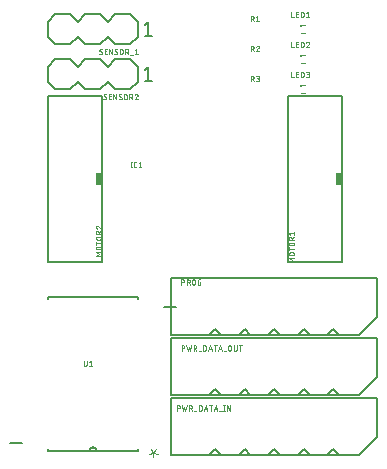
<source format=gbr>
G04 EAGLE Gerber X2 export*
%TF.Part,Single*%
%TF.FileFunction,Legend,Top,1*%
%TF.FilePolarity,Positive*%
%TF.GenerationSoftware,Autodesk,EAGLE,9.1.0*%
%TF.CreationDate,2018-11-27T18:12:10Z*%
G75*
%MOMM*%
%FSLAX34Y34*%
%LPD*%
%AMOC8*
5,1,8,0,0,1.08239X$1,22.5*%
G01*
%ADD10C,0.050800*%
%ADD11C,0.127000*%
%ADD12R,0.500000X1.000000*%
%ADD13C,0.152400*%
%ADD14C,0.076200*%
%ADD15C,0.101600*%
%ADD16R,0.250000X0.225000*%


D10*
X108703Y288746D02*
X108703Y284254D01*
X108204Y284254D02*
X109202Y284254D01*
X109202Y288746D02*
X108204Y288746D01*
X112039Y284254D02*
X113037Y284254D01*
X112039Y284254D02*
X111979Y284256D01*
X111919Y284261D01*
X111859Y284270D01*
X111800Y284283D01*
X111742Y284299D01*
X111685Y284319D01*
X111629Y284342D01*
X111575Y284368D01*
X111523Y284398D01*
X111472Y284431D01*
X111424Y284466D01*
X111377Y284505D01*
X111333Y284546D01*
X111292Y284590D01*
X111253Y284637D01*
X111218Y284685D01*
X111185Y284736D01*
X111155Y284788D01*
X111129Y284842D01*
X111106Y284898D01*
X111086Y284955D01*
X111070Y285013D01*
X111057Y285072D01*
X111048Y285132D01*
X111043Y285192D01*
X111041Y285252D01*
X111040Y285252D02*
X111040Y287748D01*
X111041Y287748D02*
X111043Y287811D01*
X111049Y287873D01*
X111059Y287935D01*
X111072Y287996D01*
X111090Y288056D01*
X111111Y288115D01*
X111136Y288173D01*
X111164Y288229D01*
X111196Y288283D01*
X111232Y288335D01*
X111270Y288384D01*
X111311Y288431D01*
X111356Y288475D01*
X111403Y288517D01*
X111452Y288555D01*
X111504Y288591D01*
X111558Y288623D01*
X111614Y288651D01*
X111672Y288676D01*
X111731Y288697D01*
X111791Y288715D01*
X111852Y288728D01*
X111914Y288738D01*
X111976Y288744D01*
X112039Y288746D01*
X113037Y288746D01*
X114805Y287748D02*
X116053Y288746D01*
X116053Y284254D01*
X114805Y284254D02*
X117301Y284254D01*
D11*
X286700Y344000D02*
X286700Y204000D01*
X286700Y344000D02*
X241700Y344000D01*
X241700Y204000D02*
X286700Y204000D01*
X241700Y204000D02*
X241700Y344000D01*
D12*
X284200Y274000D03*
D10*
X246446Y204254D02*
X241954Y204254D01*
X244450Y205751D01*
X241954Y207249D01*
X246446Y207249D01*
X245198Y209454D02*
X243202Y209454D01*
X243202Y209453D02*
X243133Y209455D01*
X243065Y209461D01*
X242997Y209470D01*
X242929Y209483D01*
X242862Y209500D01*
X242797Y209521D01*
X242732Y209545D01*
X242669Y209572D01*
X242608Y209603D01*
X242548Y209638D01*
X242491Y209675D01*
X242435Y209716D01*
X242382Y209760D01*
X242332Y209806D01*
X242284Y209856D01*
X242239Y209908D01*
X242196Y209962D01*
X242157Y210018D01*
X242121Y210077D01*
X242088Y210137D01*
X242059Y210200D01*
X242033Y210263D01*
X242011Y210328D01*
X241992Y210395D01*
X241977Y210462D01*
X241966Y210530D01*
X241958Y210598D01*
X241954Y210667D01*
X241954Y210735D01*
X241958Y210804D01*
X241966Y210872D01*
X241977Y210940D01*
X241992Y211007D01*
X242011Y211074D01*
X242033Y211139D01*
X242059Y211202D01*
X242088Y211265D01*
X242121Y211325D01*
X242157Y211384D01*
X242196Y211440D01*
X242239Y211494D01*
X242284Y211546D01*
X242332Y211596D01*
X242382Y211642D01*
X242435Y211686D01*
X242491Y211727D01*
X242548Y211764D01*
X242608Y211799D01*
X242669Y211830D01*
X242732Y211857D01*
X242797Y211881D01*
X242862Y211902D01*
X242929Y211919D01*
X242997Y211932D01*
X243065Y211941D01*
X243133Y211947D01*
X243202Y211949D01*
X245198Y211949D01*
X245267Y211947D01*
X245335Y211941D01*
X245403Y211932D01*
X245471Y211919D01*
X245538Y211902D01*
X245603Y211881D01*
X245668Y211857D01*
X245731Y211830D01*
X245792Y211799D01*
X245852Y211764D01*
X245909Y211727D01*
X245965Y211686D01*
X246018Y211642D01*
X246068Y211596D01*
X246116Y211546D01*
X246161Y211494D01*
X246204Y211440D01*
X246243Y211384D01*
X246279Y211325D01*
X246312Y211265D01*
X246341Y211202D01*
X246367Y211139D01*
X246389Y211074D01*
X246408Y211007D01*
X246423Y210940D01*
X246434Y210872D01*
X246442Y210804D01*
X246446Y210735D01*
X246446Y210667D01*
X246442Y210598D01*
X246434Y210530D01*
X246423Y210462D01*
X246408Y210395D01*
X246389Y210328D01*
X246367Y210263D01*
X246341Y210200D01*
X246312Y210137D01*
X246279Y210077D01*
X246243Y210018D01*
X246204Y209962D01*
X246161Y209908D01*
X246116Y209856D01*
X246068Y209806D01*
X246018Y209760D01*
X245965Y209716D01*
X245909Y209675D01*
X245852Y209638D01*
X245792Y209603D01*
X245731Y209572D01*
X245668Y209545D01*
X245603Y209521D01*
X245538Y209500D01*
X245471Y209483D01*
X245403Y209470D01*
X245335Y209461D01*
X245267Y209455D01*
X245198Y209453D01*
X246446Y214901D02*
X241954Y214901D01*
X241954Y213654D02*
X241954Y216149D01*
X243202Y217853D02*
X245198Y217853D01*
X243202Y217853D02*
X243133Y217855D01*
X243065Y217861D01*
X242997Y217870D01*
X242929Y217883D01*
X242862Y217900D01*
X242797Y217921D01*
X242732Y217945D01*
X242669Y217972D01*
X242608Y218003D01*
X242548Y218038D01*
X242491Y218075D01*
X242435Y218116D01*
X242382Y218160D01*
X242332Y218206D01*
X242284Y218256D01*
X242239Y218308D01*
X242196Y218362D01*
X242157Y218418D01*
X242121Y218477D01*
X242088Y218537D01*
X242059Y218600D01*
X242033Y218663D01*
X242011Y218728D01*
X241992Y218795D01*
X241977Y218862D01*
X241966Y218930D01*
X241958Y218998D01*
X241954Y219067D01*
X241954Y219135D01*
X241958Y219204D01*
X241966Y219272D01*
X241977Y219340D01*
X241992Y219407D01*
X242011Y219474D01*
X242033Y219539D01*
X242059Y219602D01*
X242088Y219665D01*
X242121Y219725D01*
X242157Y219784D01*
X242196Y219840D01*
X242239Y219894D01*
X242284Y219946D01*
X242332Y219996D01*
X242382Y220042D01*
X242435Y220086D01*
X242491Y220127D01*
X242548Y220164D01*
X242608Y220199D01*
X242669Y220230D01*
X242732Y220257D01*
X242797Y220281D01*
X242862Y220302D01*
X242929Y220319D01*
X242997Y220332D01*
X243065Y220341D01*
X243133Y220347D01*
X243202Y220349D01*
X245198Y220349D01*
X245267Y220347D01*
X245335Y220341D01*
X245403Y220332D01*
X245471Y220319D01*
X245538Y220302D01*
X245603Y220281D01*
X245668Y220257D01*
X245731Y220230D01*
X245792Y220199D01*
X245852Y220164D01*
X245909Y220127D01*
X245965Y220086D01*
X246018Y220042D01*
X246068Y219996D01*
X246116Y219946D01*
X246161Y219894D01*
X246204Y219840D01*
X246243Y219784D01*
X246279Y219725D01*
X246312Y219665D01*
X246341Y219602D01*
X246367Y219539D01*
X246389Y219474D01*
X246408Y219407D01*
X246423Y219340D01*
X246434Y219272D01*
X246442Y219204D01*
X246446Y219135D01*
X246446Y219067D01*
X246442Y218998D01*
X246434Y218930D01*
X246423Y218862D01*
X246408Y218795D01*
X246389Y218728D01*
X246367Y218663D01*
X246341Y218600D01*
X246312Y218537D01*
X246279Y218477D01*
X246243Y218418D01*
X246204Y218362D01*
X246161Y218308D01*
X246116Y218256D01*
X246068Y218206D01*
X246018Y218160D01*
X245965Y218116D01*
X245909Y218075D01*
X245852Y218038D01*
X245792Y218003D01*
X245731Y217972D01*
X245668Y217945D01*
X245603Y217921D01*
X245538Y217900D01*
X245471Y217883D01*
X245403Y217870D01*
X245335Y217861D01*
X245267Y217855D01*
X245198Y217853D01*
X246446Y222536D02*
X241954Y222536D01*
X241954Y223784D01*
X241956Y223853D01*
X241962Y223921D01*
X241971Y223989D01*
X241984Y224057D01*
X242001Y224124D01*
X242022Y224189D01*
X242046Y224254D01*
X242073Y224317D01*
X242104Y224378D01*
X242139Y224438D01*
X242176Y224495D01*
X242217Y224551D01*
X242261Y224604D01*
X242307Y224654D01*
X242357Y224702D01*
X242409Y224747D01*
X242463Y224790D01*
X242519Y224829D01*
X242578Y224865D01*
X242638Y224898D01*
X242701Y224927D01*
X242764Y224953D01*
X242829Y224975D01*
X242896Y224994D01*
X242963Y225009D01*
X243031Y225020D01*
X243099Y225028D01*
X243168Y225032D01*
X243236Y225032D01*
X243305Y225028D01*
X243373Y225020D01*
X243441Y225009D01*
X243508Y224994D01*
X243575Y224975D01*
X243640Y224953D01*
X243703Y224927D01*
X243766Y224898D01*
X243826Y224865D01*
X243885Y224829D01*
X243941Y224790D01*
X243995Y224747D01*
X244047Y224702D01*
X244097Y224654D01*
X244143Y224604D01*
X244187Y224551D01*
X244228Y224495D01*
X244265Y224438D01*
X244300Y224378D01*
X244331Y224317D01*
X244358Y224254D01*
X244382Y224189D01*
X244403Y224124D01*
X244420Y224057D01*
X244433Y223989D01*
X244442Y223921D01*
X244448Y223853D01*
X244450Y223784D01*
X244450Y222536D01*
X244450Y224034D02*
X246446Y225032D01*
X242952Y227003D02*
X241954Y228251D01*
X246446Y228251D01*
X246446Y227003D02*
X246446Y229499D01*
D11*
X83500Y204000D02*
X83500Y344000D01*
X38500Y344000D01*
X38500Y204000D02*
X83500Y204000D01*
X38500Y204000D02*
X38500Y344000D01*
D12*
X81000Y274000D03*
D10*
X83246Y209254D02*
X78754Y209254D01*
X81250Y210751D01*
X78754Y212249D01*
X83246Y212249D01*
X81998Y214454D02*
X80002Y214454D01*
X80002Y214453D02*
X79933Y214455D01*
X79865Y214461D01*
X79797Y214470D01*
X79729Y214483D01*
X79662Y214500D01*
X79597Y214521D01*
X79532Y214545D01*
X79469Y214572D01*
X79408Y214603D01*
X79348Y214638D01*
X79291Y214675D01*
X79235Y214716D01*
X79182Y214760D01*
X79132Y214806D01*
X79084Y214856D01*
X79039Y214908D01*
X78996Y214962D01*
X78957Y215018D01*
X78921Y215077D01*
X78888Y215137D01*
X78859Y215200D01*
X78833Y215263D01*
X78811Y215328D01*
X78792Y215395D01*
X78777Y215462D01*
X78766Y215530D01*
X78758Y215598D01*
X78754Y215667D01*
X78754Y215735D01*
X78758Y215804D01*
X78766Y215872D01*
X78777Y215940D01*
X78792Y216007D01*
X78811Y216074D01*
X78833Y216139D01*
X78859Y216202D01*
X78888Y216265D01*
X78921Y216325D01*
X78957Y216384D01*
X78996Y216440D01*
X79039Y216494D01*
X79084Y216546D01*
X79132Y216596D01*
X79182Y216642D01*
X79235Y216686D01*
X79291Y216727D01*
X79348Y216764D01*
X79408Y216799D01*
X79469Y216830D01*
X79532Y216857D01*
X79597Y216881D01*
X79662Y216902D01*
X79729Y216919D01*
X79797Y216932D01*
X79865Y216941D01*
X79933Y216947D01*
X80002Y216949D01*
X81998Y216949D01*
X82067Y216947D01*
X82135Y216941D01*
X82203Y216932D01*
X82271Y216919D01*
X82338Y216902D01*
X82403Y216881D01*
X82468Y216857D01*
X82531Y216830D01*
X82592Y216799D01*
X82652Y216764D01*
X82709Y216727D01*
X82765Y216686D01*
X82818Y216642D01*
X82868Y216596D01*
X82916Y216546D01*
X82961Y216494D01*
X83004Y216440D01*
X83043Y216384D01*
X83079Y216325D01*
X83112Y216265D01*
X83141Y216202D01*
X83167Y216139D01*
X83189Y216074D01*
X83208Y216007D01*
X83223Y215940D01*
X83234Y215872D01*
X83242Y215804D01*
X83246Y215735D01*
X83246Y215667D01*
X83242Y215598D01*
X83234Y215530D01*
X83223Y215462D01*
X83208Y215395D01*
X83189Y215328D01*
X83167Y215263D01*
X83141Y215200D01*
X83112Y215137D01*
X83079Y215077D01*
X83043Y215018D01*
X83004Y214962D01*
X82961Y214908D01*
X82916Y214856D01*
X82868Y214806D01*
X82818Y214760D01*
X82765Y214716D01*
X82709Y214675D01*
X82652Y214638D01*
X82592Y214603D01*
X82531Y214572D01*
X82468Y214545D01*
X82403Y214521D01*
X82338Y214500D01*
X82271Y214483D01*
X82203Y214470D01*
X82135Y214461D01*
X82067Y214455D01*
X81998Y214453D01*
X83246Y219901D02*
X78754Y219901D01*
X78754Y218654D02*
X78754Y221149D01*
X80002Y222853D02*
X81998Y222853D01*
X80002Y222853D02*
X79933Y222855D01*
X79865Y222861D01*
X79797Y222870D01*
X79729Y222883D01*
X79662Y222900D01*
X79597Y222921D01*
X79532Y222945D01*
X79469Y222972D01*
X79408Y223003D01*
X79348Y223038D01*
X79291Y223075D01*
X79235Y223116D01*
X79182Y223160D01*
X79132Y223206D01*
X79084Y223256D01*
X79039Y223308D01*
X78996Y223362D01*
X78957Y223418D01*
X78921Y223477D01*
X78888Y223537D01*
X78859Y223600D01*
X78833Y223663D01*
X78811Y223728D01*
X78792Y223795D01*
X78777Y223862D01*
X78766Y223930D01*
X78758Y223998D01*
X78754Y224067D01*
X78754Y224135D01*
X78758Y224204D01*
X78766Y224272D01*
X78777Y224340D01*
X78792Y224407D01*
X78811Y224474D01*
X78833Y224539D01*
X78859Y224602D01*
X78888Y224665D01*
X78921Y224725D01*
X78957Y224784D01*
X78996Y224840D01*
X79039Y224894D01*
X79084Y224946D01*
X79132Y224996D01*
X79182Y225042D01*
X79235Y225086D01*
X79291Y225127D01*
X79348Y225164D01*
X79408Y225199D01*
X79469Y225230D01*
X79532Y225257D01*
X79597Y225281D01*
X79662Y225302D01*
X79729Y225319D01*
X79797Y225332D01*
X79865Y225341D01*
X79933Y225347D01*
X80002Y225349D01*
X81998Y225349D01*
X82067Y225347D01*
X82135Y225341D01*
X82203Y225332D01*
X82271Y225319D01*
X82338Y225302D01*
X82403Y225281D01*
X82468Y225257D01*
X82531Y225230D01*
X82592Y225199D01*
X82652Y225164D01*
X82709Y225127D01*
X82765Y225086D01*
X82818Y225042D01*
X82868Y224996D01*
X82916Y224946D01*
X82961Y224894D01*
X83004Y224840D01*
X83043Y224784D01*
X83079Y224725D01*
X83112Y224665D01*
X83141Y224602D01*
X83167Y224539D01*
X83189Y224474D01*
X83208Y224407D01*
X83223Y224340D01*
X83234Y224272D01*
X83242Y224204D01*
X83246Y224135D01*
X83246Y224067D01*
X83242Y223998D01*
X83234Y223930D01*
X83223Y223862D01*
X83208Y223795D01*
X83189Y223728D01*
X83167Y223663D01*
X83141Y223600D01*
X83112Y223537D01*
X83079Y223477D01*
X83043Y223418D01*
X83004Y223362D01*
X82961Y223308D01*
X82916Y223256D01*
X82868Y223206D01*
X82818Y223160D01*
X82765Y223116D01*
X82709Y223075D01*
X82652Y223038D01*
X82592Y223003D01*
X82531Y222972D01*
X82468Y222945D01*
X82403Y222921D01*
X82338Y222900D01*
X82271Y222883D01*
X82203Y222870D01*
X82135Y222861D01*
X82067Y222855D01*
X81998Y222853D01*
X83246Y227536D02*
X78754Y227536D01*
X78754Y228784D01*
X78756Y228853D01*
X78762Y228921D01*
X78771Y228989D01*
X78784Y229057D01*
X78801Y229124D01*
X78822Y229189D01*
X78846Y229254D01*
X78873Y229317D01*
X78904Y229378D01*
X78939Y229438D01*
X78976Y229495D01*
X79017Y229551D01*
X79061Y229604D01*
X79107Y229654D01*
X79157Y229702D01*
X79209Y229747D01*
X79263Y229790D01*
X79319Y229829D01*
X79378Y229865D01*
X79438Y229898D01*
X79501Y229927D01*
X79564Y229953D01*
X79629Y229975D01*
X79696Y229994D01*
X79763Y230009D01*
X79831Y230020D01*
X79899Y230028D01*
X79968Y230032D01*
X80036Y230032D01*
X80105Y230028D01*
X80173Y230020D01*
X80241Y230009D01*
X80308Y229994D01*
X80375Y229975D01*
X80440Y229953D01*
X80503Y229927D01*
X80566Y229898D01*
X80626Y229865D01*
X80685Y229829D01*
X80741Y229790D01*
X80795Y229747D01*
X80847Y229702D01*
X80897Y229654D01*
X80943Y229604D01*
X80987Y229551D01*
X81028Y229495D01*
X81065Y229438D01*
X81100Y229378D01*
X81131Y229317D01*
X81158Y229254D01*
X81182Y229189D01*
X81203Y229124D01*
X81220Y229057D01*
X81233Y228989D01*
X81242Y228921D01*
X81248Y228853D01*
X81250Y228784D01*
X81250Y227536D01*
X81250Y229034D02*
X83246Y230032D01*
X79877Y234499D02*
X79812Y234497D01*
X79747Y234491D01*
X79682Y234482D01*
X79618Y234469D01*
X79555Y234452D01*
X79493Y234431D01*
X79432Y234407D01*
X79373Y234380D01*
X79316Y234349D01*
X79260Y234314D01*
X79206Y234277D01*
X79155Y234236D01*
X79106Y234193D01*
X79060Y234147D01*
X79017Y234098D01*
X78976Y234047D01*
X78939Y233993D01*
X78904Y233938D01*
X78873Y233880D01*
X78846Y233821D01*
X78822Y233760D01*
X78801Y233698D01*
X78784Y233635D01*
X78771Y233571D01*
X78762Y233506D01*
X78756Y233441D01*
X78754Y233376D01*
X78756Y233303D01*
X78761Y233231D01*
X78770Y233159D01*
X78783Y233088D01*
X78799Y233017D01*
X78819Y232947D01*
X78843Y232878D01*
X78869Y232811D01*
X78899Y232745D01*
X78933Y232680D01*
X78969Y232618D01*
X79009Y232557D01*
X79052Y232498D01*
X79097Y232442D01*
X79146Y232388D01*
X79197Y232336D01*
X79250Y232287D01*
X79306Y232241D01*
X79364Y232197D01*
X79425Y232157D01*
X79487Y232120D01*
X79551Y232086D01*
X79617Y232055D01*
X79684Y232027D01*
X79752Y232003D01*
X80750Y234125D02*
X80704Y234171D01*
X80656Y234214D01*
X80605Y234255D01*
X80552Y234293D01*
X80497Y234328D01*
X80440Y234359D01*
X80382Y234388D01*
X80322Y234414D01*
X80261Y234436D01*
X80199Y234455D01*
X80135Y234471D01*
X80071Y234483D01*
X80007Y234492D01*
X79942Y234497D01*
X79877Y234499D01*
X80750Y234125D02*
X83246Y232003D01*
X83246Y234499D01*
D11*
X142600Y141700D02*
X301100Y141700D01*
X316600Y157700D02*
X316600Y190700D01*
X279600Y147200D02*
X284600Y142200D01*
X279600Y147200D02*
X274600Y142200D01*
X259600Y142200D02*
X254600Y147200D01*
X249600Y142200D01*
X234600Y142200D02*
X229600Y147200D01*
X224600Y142200D01*
X209600Y142200D02*
X204600Y147200D01*
X184600Y142200D02*
X179600Y147200D01*
X199600Y142200D02*
X204600Y147200D01*
X179600Y147200D02*
X174600Y142200D01*
X301100Y141700D02*
X316600Y157200D01*
X316600Y190700D02*
X142600Y190700D01*
X142600Y141700D01*
D10*
X151176Y184554D02*
X151176Y189046D01*
X152424Y189046D01*
X152493Y189044D01*
X152561Y189038D01*
X152629Y189029D01*
X152697Y189016D01*
X152764Y188999D01*
X152829Y188978D01*
X152894Y188954D01*
X152957Y188927D01*
X153018Y188896D01*
X153078Y188861D01*
X153135Y188824D01*
X153191Y188783D01*
X153244Y188739D01*
X153294Y188693D01*
X153342Y188643D01*
X153387Y188591D01*
X153430Y188537D01*
X153469Y188481D01*
X153505Y188422D01*
X153538Y188362D01*
X153567Y188299D01*
X153593Y188236D01*
X153615Y188171D01*
X153634Y188104D01*
X153649Y188037D01*
X153660Y187969D01*
X153668Y187901D01*
X153672Y187832D01*
X153672Y187764D01*
X153668Y187695D01*
X153660Y187627D01*
X153649Y187559D01*
X153634Y187492D01*
X153615Y187425D01*
X153593Y187360D01*
X153567Y187297D01*
X153538Y187234D01*
X153505Y187174D01*
X153469Y187115D01*
X153430Y187059D01*
X153387Y187005D01*
X153342Y186953D01*
X153294Y186903D01*
X153244Y186857D01*
X153191Y186813D01*
X153135Y186772D01*
X153078Y186735D01*
X153018Y186700D01*
X152957Y186669D01*
X152894Y186642D01*
X152829Y186618D01*
X152764Y186597D01*
X152697Y186580D01*
X152629Y186567D01*
X152561Y186558D01*
X152493Y186552D01*
X152424Y186550D01*
X151176Y186550D01*
X155633Y184554D02*
X155633Y189046D01*
X156881Y189046D01*
X156950Y189044D01*
X157018Y189038D01*
X157086Y189029D01*
X157154Y189016D01*
X157221Y188999D01*
X157286Y188978D01*
X157351Y188954D01*
X157414Y188927D01*
X157475Y188896D01*
X157535Y188861D01*
X157592Y188824D01*
X157648Y188783D01*
X157701Y188739D01*
X157751Y188693D01*
X157799Y188643D01*
X157844Y188591D01*
X157887Y188537D01*
X157926Y188481D01*
X157962Y188422D01*
X157995Y188362D01*
X158024Y188299D01*
X158050Y188236D01*
X158072Y188171D01*
X158091Y188104D01*
X158106Y188037D01*
X158117Y187969D01*
X158125Y187901D01*
X158129Y187832D01*
X158129Y187764D01*
X158125Y187695D01*
X158117Y187627D01*
X158106Y187559D01*
X158091Y187492D01*
X158072Y187425D01*
X158050Y187360D01*
X158024Y187297D01*
X157995Y187234D01*
X157962Y187174D01*
X157926Y187115D01*
X157887Y187059D01*
X157844Y187005D01*
X157799Y186953D01*
X157751Y186903D01*
X157701Y186857D01*
X157648Y186813D01*
X157592Y186772D01*
X157535Y186735D01*
X157475Y186700D01*
X157414Y186669D01*
X157351Y186642D01*
X157286Y186618D01*
X157221Y186597D01*
X157154Y186580D01*
X157086Y186567D01*
X157018Y186558D01*
X156950Y186552D01*
X156881Y186550D01*
X155633Y186550D01*
X157131Y186550D02*
X158129Y184554D01*
X160101Y185802D02*
X160101Y187798D01*
X160100Y187798D02*
X160102Y187867D01*
X160108Y187935D01*
X160117Y188003D01*
X160130Y188071D01*
X160147Y188138D01*
X160168Y188203D01*
X160192Y188268D01*
X160219Y188331D01*
X160250Y188392D01*
X160285Y188452D01*
X160322Y188509D01*
X160363Y188565D01*
X160407Y188618D01*
X160453Y188668D01*
X160503Y188716D01*
X160555Y188761D01*
X160609Y188804D01*
X160665Y188843D01*
X160724Y188879D01*
X160784Y188912D01*
X160847Y188941D01*
X160910Y188967D01*
X160975Y188989D01*
X161042Y189008D01*
X161109Y189023D01*
X161177Y189034D01*
X161245Y189042D01*
X161314Y189046D01*
X161382Y189046D01*
X161451Y189042D01*
X161519Y189034D01*
X161587Y189023D01*
X161654Y189008D01*
X161721Y188989D01*
X161786Y188967D01*
X161849Y188941D01*
X161912Y188912D01*
X161972Y188879D01*
X162031Y188843D01*
X162087Y188804D01*
X162141Y188761D01*
X162193Y188716D01*
X162243Y188668D01*
X162289Y188618D01*
X162333Y188565D01*
X162374Y188509D01*
X162411Y188452D01*
X162446Y188392D01*
X162477Y188331D01*
X162504Y188268D01*
X162528Y188203D01*
X162549Y188138D01*
X162566Y188071D01*
X162579Y188003D01*
X162588Y187935D01*
X162594Y187867D01*
X162596Y187798D01*
X162596Y185802D01*
X162594Y185733D01*
X162588Y185665D01*
X162579Y185597D01*
X162566Y185529D01*
X162549Y185462D01*
X162528Y185397D01*
X162504Y185332D01*
X162477Y185269D01*
X162446Y185208D01*
X162411Y185148D01*
X162374Y185091D01*
X162333Y185035D01*
X162289Y184982D01*
X162243Y184932D01*
X162193Y184884D01*
X162141Y184839D01*
X162087Y184796D01*
X162031Y184757D01*
X161972Y184721D01*
X161912Y184688D01*
X161849Y184659D01*
X161786Y184633D01*
X161721Y184611D01*
X161654Y184592D01*
X161587Y184577D01*
X161519Y184566D01*
X161451Y184558D01*
X161382Y184554D01*
X161314Y184554D01*
X161245Y184558D01*
X161177Y184566D01*
X161109Y184577D01*
X161042Y184592D01*
X160975Y184611D01*
X160910Y184633D01*
X160847Y184659D01*
X160784Y184688D01*
X160724Y184721D01*
X160665Y184757D01*
X160609Y184796D01*
X160555Y184839D01*
X160503Y184884D01*
X160453Y184932D01*
X160407Y184982D01*
X160363Y185035D01*
X160322Y185091D01*
X160285Y185148D01*
X160250Y185208D01*
X160219Y185269D01*
X160192Y185332D01*
X160168Y185397D01*
X160147Y185462D01*
X160130Y185529D01*
X160117Y185597D01*
X160108Y185665D01*
X160102Y185733D01*
X160100Y185802D01*
X166497Y187050D02*
X167246Y187050D01*
X167246Y184554D01*
X165749Y184554D01*
X165689Y184556D01*
X165629Y184561D01*
X165569Y184570D01*
X165510Y184583D01*
X165452Y184599D01*
X165395Y184619D01*
X165339Y184642D01*
X165285Y184668D01*
X165233Y184698D01*
X165182Y184731D01*
X165134Y184766D01*
X165087Y184805D01*
X165043Y184846D01*
X165002Y184890D01*
X164963Y184937D01*
X164928Y184985D01*
X164895Y185036D01*
X164865Y185088D01*
X164839Y185142D01*
X164816Y185198D01*
X164796Y185255D01*
X164780Y185313D01*
X164767Y185372D01*
X164758Y185432D01*
X164753Y185492D01*
X164751Y185552D01*
X164750Y185552D02*
X164750Y188048D01*
X164751Y188048D02*
X164753Y188111D01*
X164759Y188173D01*
X164769Y188235D01*
X164782Y188296D01*
X164800Y188356D01*
X164821Y188415D01*
X164846Y188473D01*
X164874Y188529D01*
X164906Y188583D01*
X164942Y188635D01*
X164980Y188684D01*
X165021Y188731D01*
X165066Y188775D01*
X165113Y188817D01*
X165162Y188855D01*
X165214Y188891D01*
X165268Y188923D01*
X165324Y188951D01*
X165382Y188976D01*
X165441Y188997D01*
X165501Y189015D01*
X165562Y189028D01*
X165624Y189038D01*
X165686Y189044D01*
X165749Y189046D01*
X167246Y189046D01*
D11*
X142600Y40100D02*
X301100Y40100D01*
X316600Y56100D02*
X316600Y89100D01*
X279600Y45600D02*
X284600Y40600D01*
X279600Y45600D02*
X274600Y40600D01*
X259600Y40600D02*
X254600Y45600D01*
X249600Y40600D01*
X234600Y40600D02*
X229600Y45600D01*
X224600Y40600D01*
X209600Y40600D02*
X204600Y45600D01*
X184600Y40600D02*
X179600Y45600D01*
X199600Y40600D02*
X204600Y45600D01*
X179600Y45600D02*
X174600Y40600D01*
X301100Y40100D02*
X316600Y55600D01*
X316600Y89100D02*
X142600Y89100D01*
X142600Y40100D01*
D10*
X147376Y77954D02*
X147376Y82446D01*
X148624Y82446D01*
X148693Y82444D01*
X148761Y82438D01*
X148829Y82429D01*
X148897Y82416D01*
X148964Y82399D01*
X149029Y82378D01*
X149094Y82354D01*
X149157Y82327D01*
X149218Y82296D01*
X149278Y82261D01*
X149335Y82224D01*
X149391Y82183D01*
X149444Y82139D01*
X149494Y82093D01*
X149542Y82043D01*
X149587Y81991D01*
X149630Y81937D01*
X149669Y81881D01*
X149705Y81822D01*
X149738Y81762D01*
X149767Y81699D01*
X149793Y81636D01*
X149815Y81571D01*
X149834Y81504D01*
X149849Y81437D01*
X149860Y81369D01*
X149868Y81301D01*
X149872Y81232D01*
X149872Y81164D01*
X149868Y81095D01*
X149860Y81027D01*
X149849Y80959D01*
X149834Y80892D01*
X149815Y80825D01*
X149793Y80760D01*
X149767Y80697D01*
X149738Y80634D01*
X149705Y80574D01*
X149669Y80515D01*
X149630Y80459D01*
X149587Y80405D01*
X149542Y80353D01*
X149494Y80303D01*
X149444Y80257D01*
X149391Y80213D01*
X149335Y80172D01*
X149278Y80135D01*
X149218Y80100D01*
X149157Y80069D01*
X149094Y80042D01*
X149029Y80018D01*
X148964Y79997D01*
X148897Y79980D01*
X148829Y79967D01*
X148761Y79958D01*
X148693Y79952D01*
X148624Y79950D01*
X147376Y79950D01*
X151502Y82446D02*
X152500Y77954D01*
X153498Y80949D01*
X154497Y77954D01*
X155495Y82446D01*
X157534Y82446D02*
X157534Y77954D01*
X157534Y82446D02*
X158781Y82446D01*
X158850Y82444D01*
X158918Y82438D01*
X158986Y82429D01*
X159054Y82416D01*
X159121Y82399D01*
X159186Y82378D01*
X159251Y82354D01*
X159314Y82327D01*
X159375Y82296D01*
X159435Y82261D01*
X159492Y82224D01*
X159548Y82183D01*
X159601Y82139D01*
X159651Y82093D01*
X159699Y82043D01*
X159744Y81991D01*
X159787Y81937D01*
X159826Y81881D01*
X159862Y81822D01*
X159895Y81762D01*
X159924Y81699D01*
X159950Y81636D01*
X159972Y81571D01*
X159991Y81504D01*
X160006Y81437D01*
X160017Y81369D01*
X160025Y81301D01*
X160029Y81232D01*
X160029Y81164D01*
X160025Y81095D01*
X160017Y81027D01*
X160006Y80959D01*
X159991Y80892D01*
X159972Y80825D01*
X159950Y80760D01*
X159924Y80697D01*
X159895Y80634D01*
X159862Y80574D01*
X159826Y80515D01*
X159787Y80459D01*
X159744Y80405D01*
X159699Y80353D01*
X159651Y80303D01*
X159601Y80257D01*
X159548Y80213D01*
X159492Y80172D01*
X159435Y80135D01*
X159375Y80100D01*
X159314Y80069D01*
X159251Y80042D01*
X159186Y80018D01*
X159121Y79997D01*
X159054Y79980D01*
X158986Y79967D01*
X158918Y79958D01*
X158850Y79952D01*
X158781Y79950D01*
X157534Y79950D01*
X159031Y79950D02*
X160029Y77954D01*
X161800Y77455D02*
X163797Y77455D01*
X165751Y77954D02*
X165751Y82446D01*
X166998Y82446D01*
X167066Y82444D01*
X167133Y82439D01*
X167200Y82430D01*
X167266Y82417D01*
X167332Y82401D01*
X167396Y82381D01*
X167460Y82357D01*
X167522Y82331D01*
X167583Y82301D01*
X167641Y82267D01*
X167698Y82231D01*
X167753Y82192D01*
X167806Y82149D01*
X167856Y82104D01*
X167904Y82056D01*
X167949Y82006D01*
X167992Y81953D01*
X168031Y81898D01*
X168067Y81841D01*
X168101Y81783D01*
X168131Y81722D01*
X168157Y81660D01*
X168181Y81596D01*
X168201Y81532D01*
X168217Y81466D01*
X168230Y81400D01*
X168239Y81333D01*
X168244Y81266D01*
X168246Y81198D01*
X168246Y79202D01*
X168244Y79134D01*
X168239Y79067D01*
X168230Y79000D01*
X168217Y78934D01*
X168201Y78868D01*
X168181Y78804D01*
X168157Y78740D01*
X168131Y78678D01*
X168101Y78617D01*
X168067Y78559D01*
X168031Y78502D01*
X167992Y78447D01*
X167949Y78394D01*
X167904Y78344D01*
X167856Y78296D01*
X167806Y78251D01*
X167753Y78208D01*
X167698Y78169D01*
X167641Y78133D01*
X167583Y78099D01*
X167522Y78069D01*
X167460Y78043D01*
X167396Y78019D01*
X167332Y77999D01*
X167266Y77983D01*
X167200Y77970D01*
X167133Y77961D01*
X167066Y77956D01*
X166998Y77954D01*
X165751Y77954D01*
X170151Y77954D02*
X171648Y82446D01*
X173146Y77954D01*
X172771Y79077D02*
X170525Y79077D01*
X175848Y77954D02*
X175848Y82446D01*
X174601Y82446D02*
X177096Y82446D01*
X180048Y82446D02*
X178551Y77954D01*
X181546Y77954D02*
X180048Y82446D01*
X181171Y79077D02*
X178925Y79077D01*
X183100Y77455D02*
X185097Y77455D01*
X187248Y77954D02*
X187248Y82446D01*
X186749Y77954D02*
X187747Y77954D01*
X187747Y82446D02*
X186749Y82446D01*
X189750Y82446D02*
X189750Y77954D01*
X192246Y77954D02*
X189750Y82446D01*
X192246Y82446D02*
X192246Y77954D01*
D11*
X142600Y90900D02*
X301100Y90900D01*
X316600Y106900D02*
X316600Y139900D01*
X279600Y96400D02*
X284600Y91400D01*
X279600Y96400D02*
X274600Y91400D01*
X259600Y91400D02*
X254600Y96400D01*
X249600Y91400D01*
X234600Y91400D02*
X229600Y96400D01*
X224600Y91400D01*
X209600Y91400D02*
X204600Y96400D01*
X184600Y91400D02*
X179600Y96400D01*
X199600Y91400D02*
X204600Y96400D01*
X179600Y96400D02*
X174600Y91400D01*
X301100Y90900D02*
X316600Y106400D01*
X316600Y139900D02*
X142600Y139900D01*
X142600Y90900D01*
D10*
X151226Y128754D02*
X151226Y133246D01*
X152474Y133246D01*
X152543Y133244D01*
X152611Y133238D01*
X152679Y133229D01*
X152747Y133216D01*
X152814Y133199D01*
X152879Y133178D01*
X152944Y133154D01*
X153007Y133127D01*
X153068Y133096D01*
X153128Y133061D01*
X153185Y133024D01*
X153241Y132983D01*
X153294Y132939D01*
X153344Y132893D01*
X153392Y132843D01*
X153437Y132791D01*
X153480Y132737D01*
X153519Y132681D01*
X153555Y132622D01*
X153588Y132562D01*
X153617Y132499D01*
X153643Y132436D01*
X153665Y132371D01*
X153684Y132304D01*
X153699Y132237D01*
X153710Y132169D01*
X153718Y132101D01*
X153722Y132032D01*
X153722Y131964D01*
X153718Y131895D01*
X153710Y131827D01*
X153699Y131759D01*
X153684Y131692D01*
X153665Y131625D01*
X153643Y131560D01*
X153617Y131497D01*
X153588Y131434D01*
X153555Y131374D01*
X153519Y131315D01*
X153480Y131259D01*
X153437Y131205D01*
X153392Y131153D01*
X153344Y131103D01*
X153294Y131057D01*
X153241Y131013D01*
X153185Y130972D01*
X153128Y130935D01*
X153068Y130900D01*
X153007Y130869D01*
X152944Y130842D01*
X152879Y130818D01*
X152814Y130797D01*
X152747Y130780D01*
X152679Y130767D01*
X152611Y130758D01*
X152543Y130752D01*
X152474Y130750D01*
X151226Y130750D01*
X155352Y133246D02*
X156350Y128754D01*
X157348Y131749D01*
X158347Y128754D01*
X159345Y133246D01*
X161384Y133246D02*
X161384Y128754D01*
X161384Y133246D02*
X162631Y133246D01*
X162700Y133244D01*
X162768Y133238D01*
X162836Y133229D01*
X162904Y133216D01*
X162971Y133199D01*
X163036Y133178D01*
X163101Y133154D01*
X163164Y133127D01*
X163225Y133096D01*
X163285Y133061D01*
X163342Y133024D01*
X163398Y132983D01*
X163451Y132939D01*
X163501Y132893D01*
X163549Y132843D01*
X163594Y132791D01*
X163637Y132737D01*
X163676Y132681D01*
X163712Y132622D01*
X163745Y132562D01*
X163774Y132499D01*
X163800Y132436D01*
X163822Y132371D01*
X163841Y132304D01*
X163856Y132237D01*
X163867Y132169D01*
X163875Y132101D01*
X163879Y132032D01*
X163879Y131964D01*
X163875Y131895D01*
X163867Y131827D01*
X163856Y131759D01*
X163841Y131692D01*
X163822Y131625D01*
X163800Y131560D01*
X163774Y131497D01*
X163745Y131434D01*
X163712Y131374D01*
X163676Y131315D01*
X163637Y131259D01*
X163594Y131205D01*
X163549Y131153D01*
X163501Y131103D01*
X163451Y131057D01*
X163398Y131013D01*
X163342Y130972D01*
X163285Y130935D01*
X163225Y130900D01*
X163164Y130869D01*
X163101Y130842D01*
X163036Y130818D01*
X162971Y130797D01*
X162904Y130780D01*
X162836Y130767D01*
X162768Y130758D01*
X162700Y130752D01*
X162631Y130750D01*
X161384Y130750D01*
X162881Y130750D02*
X163879Y128754D01*
X165650Y128255D02*
X167647Y128255D01*
X169601Y128754D02*
X169601Y133246D01*
X170848Y133246D01*
X170916Y133244D01*
X170983Y133239D01*
X171050Y133230D01*
X171116Y133217D01*
X171182Y133201D01*
X171246Y133181D01*
X171310Y133157D01*
X171372Y133131D01*
X171433Y133101D01*
X171491Y133067D01*
X171548Y133031D01*
X171603Y132992D01*
X171656Y132949D01*
X171706Y132904D01*
X171754Y132856D01*
X171799Y132806D01*
X171842Y132753D01*
X171881Y132698D01*
X171917Y132641D01*
X171951Y132583D01*
X171981Y132522D01*
X172007Y132460D01*
X172031Y132396D01*
X172051Y132332D01*
X172067Y132266D01*
X172080Y132200D01*
X172089Y132133D01*
X172094Y132066D01*
X172096Y131998D01*
X172096Y130002D01*
X172094Y129934D01*
X172089Y129867D01*
X172080Y129800D01*
X172067Y129734D01*
X172051Y129668D01*
X172031Y129604D01*
X172007Y129540D01*
X171981Y129478D01*
X171951Y129417D01*
X171917Y129359D01*
X171881Y129302D01*
X171842Y129247D01*
X171799Y129194D01*
X171754Y129144D01*
X171706Y129096D01*
X171656Y129051D01*
X171603Y129008D01*
X171548Y128969D01*
X171491Y128933D01*
X171433Y128899D01*
X171372Y128869D01*
X171310Y128843D01*
X171246Y128819D01*
X171182Y128799D01*
X171116Y128783D01*
X171050Y128770D01*
X170983Y128761D01*
X170916Y128756D01*
X170848Y128754D01*
X169601Y128754D01*
X174001Y128754D02*
X175498Y133246D01*
X176996Y128754D01*
X176621Y129877D02*
X174375Y129877D01*
X179698Y128754D02*
X179698Y133246D01*
X178451Y133246D02*
X180946Y133246D01*
X183898Y133246D02*
X182401Y128754D01*
X185396Y128754D02*
X183898Y133246D01*
X185021Y129877D02*
X182775Y129877D01*
X186950Y128255D02*
X188947Y128255D01*
X190751Y130002D02*
X190751Y131998D01*
X190750Y131998D02*
X190752Y132067D01*
X190758Y132135D01*
X190767Y132203D01*
X190780Y132271D01*
X190797Y132338D01*
X190818Y132403D01*
X190842Y132468D01*
X190869Y132531D01*
X190900Y132592D01*
X190935Y132652D01*
X190972Y132709D01*
X191013Y132765D01*
X191057Y132818D01*
X191103Y132868D01*
X191153Y132916D01*
X191205Y132961D01*
X191259Y133004D01*
X191315Y133043D01*
X191374Y133079D01*
X191434Y133112D01*
X191497Y133141D01*
X191560Y133167D01*
X191625Y133189D01*
X191692Y133208D01*
X191759Y133223D01*
X191827Y133234D01*
X191895Y133242D01*
X191964Y133246D01*
X192032Y133246D01*
X192101Y133242D01*
X192169Y133234D01*
X192237Y133223D01*
X192304Y133208D01*
X192371Y133189D01*
X192436Y133167D01*
X192499Y133141D01*
X192562Y133112D01*
X192622Y133079D01*
X192681Y133043D01*
X192737Y133004D01*
X192791Y132961D01*
X192843Y132916D01*
X192893Y132868D01*
X192939Y132818D01*
X192983Y132765D01*
X193024Y132709D01*
X193061Y132652D01*
X193096Y132592D01*
X193127Y132531D01*
X193154Y132468D01*
X193178Y132403D01*
X193199Y132338D01*
X193216Y132271D01*
X193229Y132203D01*
X193238Y132135D01*
X193244Y132067D01*
X193246Y131998D01*
X193246Y130002D01*
X193244Y129933D01*
X193238Y129865D01*
X193229Y129797D01*
X193216Y129729D01*
X193199Y129662D01*
X193178Y129597D01*
X193154Y129532D01*
X193127Y129469D01*
X193096Y129408D01*
X193061Y129348D01*
X193024Y129291D01*
X192983Y129235D01*
X192939Y129182D01*
X192893Y129132D01*
X192843Y129084D01*
X192791Y129039D01*
X192737Y128996D01*
X192681Y128957D01*
X192622Y128921D01*
X192562Y128888D01*
X192499Y128859D01*
X192436Y128833D01*
X192371Y128811D01*
X192304Y128792D01*
X192237Y128777D01*
X192169Y128766D01*
X192101Y128758D01*
X192032Y128754D01*
X191964Y128754D01*
X191895Y128758D01*
X191827Y128766D01*
X191759Y128777D01*
X191692Y128792D01*
X191625Y128811D01*
X191560Y128833D01*
X191497Y128859D01*
X191434Y128888D01*
X191374Y128921D01*
X191315Y128957D01*
X191259Y128996D01*
X191205Y129039D01*
X191153Y129084D01*
X191103Y129132D01*
X191057Y129182D01*
X191013Y129235D01*
X190972Y129291D01*
X190935Y129348D01*
X190900Y129408D01*
X190869Y129469D01*
X190842Y129532D01*
X190818Y129597D01*
X190797Y129662D01*
X190780Y129729D01*
X190767Y129797D01*
X190758Y129865D01*
X190752Y129933D01*
X190750Y130002D01*
X195401Y130002D02*
X195401Y133246D01*
X195400Y130002D02*
X195402Y129933D01*
X195408Y129865D01*
X195417Y129797D01*
X195430Y129729D01*
X195447Y129662D01*
X195468Y129597D01*
X195492Y129532D01*
X195519Y129469D01*
X195550Y129408D01*
X195585Y129348D01*
X195622Y129291D01*
X195663Y129235D01*
X195707Y129182D01*
X195753Y129132D01*
X195803Y129084D01*
X195855Y129039D01*
X195909Y128996D01*
X195965Y128957D01*
X196024Y128921D01*
X196084Y128888D01*
X196147Y128859D01*
X196210Y128833D01*
X196275Y128811D01*
X196342Y128792D01*
X196409Y128777D01*
X196477Y128766D01*
X196545Y128758D01*
X196614Y128754D01*
X196682Y128754D01*
X196751Y128758D01*
X196819Y128766D01*
X196887Y128777D01*
X196954Y128792D01*
X197021Y128811D01*
X197086Y128833D01*
X197149Y128859D01*
X197212Y128888D01*
X197272Y128921D01*
X197331Y128957D01*
X197387Y128996D01*
X197441Y129039D01*
X197493Y129084D01*
X197543Y129132D01*
X197589Y129182D01*
X197633Y129235D01*
X197674Y129291D01*
X197711Y129348D01*
X197746Y129408D01*
X197777Y129469D01*
X197804Y129532D01*
X197828Y129597D01*
X197849Y129662D01*
X197866Y129729D01*
X197879Y129797D01*
X197888Y129865D01*
X197894Y129933D01*
X197896Y130002D01*
X197896Y133246D01*
X200998Y133246D02*
X200998Y128754D01*
X199750Y133246D02*
X202246Y133246D01*
D13*
X146304Y165542D02*
X136144Y165542D01*
X16256Y50480D02*
X6096Y50480D01*
X38100Y45654D02*
X38100Y43876D01*
X114300Y172146D02*
X114300Y173924D01*
X38100Y173924D01*
X38100Y172146D01*
X38100Y43876D02*
X73152Y43876D01*
X79248Y43876D01*
X114300Y43876D01*
X114300Y45654D01*
X79248Y43876D02*
X79246Y43985D01*
X79240Y44093D01*
X79231Y44202D01*
X79217Y44310D01*
X79200Y44417D01*
X79178Y44524D01*
X79153Y44630D01*
X79125Y44735D01*
X79092Y44839D01*
X79056Y44941D01*
X79016Y45042D01*
X78973Y45142D01*
X78926Y45240D01*
X78875Y45337D01*
X78821Y45431D01*
X78764Y45524D01*
X78704Y45614D01*
X78640Y45703D01*
X78573Y45789D01*
X78504Y45872D01*
X78431Y45953D01*
X78355Y46031D01*
X78277Y46107D01*
X78196Y46180D01*
X78113Y46249D01*
X78027Y46316D01*
X77938Y46380D01*
X77848Y46440D01*
X77755Y46497D01*
X77661Y46551D01*
X77564Y46602D01*
X77466Y46649D01*
X77366Y46692D01*
X77265Y46732D01*
X77163Y46768D01*
X77059Y46801D01*
X76954Y46829D01*
X76848Y46854D01*
X76741Y46876D01*
X76634Y46893D01*
X76526Y46907D01*
X76417Y46916D01*
X76309Y46922D01*
X76200Y46924D01*
X76091Y46922D01*
X75983Y46916D01*
X75874Y46907D01*
X75766Y46893D01*
X75659Y46876D01*
X75552Y46854D01*
X75446Y46829D01*
X75341Y46801D01*
X75237Y46768D01*
X75135Y46732D01*
X75034Y46692D01*
X74934Y46649D01*
X74836Y46602D01*
X74739Y46551D01*
X74645Y46497D01*
X74552Y46440D01*
X74462Y46380D01*
X74373Y46316D01*
X74287Y46249D01*
X74204Y46180D01*
X74123Y46107D01*
X74045Y46031D01*
X73969Y45953D01*
X73896Y45872D01*
X73827Y45789D01*
X73760Y45703D01*
X73696Y45614D01*
X73636Y45524D01*
X73579Y45431D01*
X73525Y45337D01*
X73474Y45240D01*
X73427Y45142D01*
X73384Y45042D01*
X73344Y44941D01*
X73308Y44839D01*
X73275Y44735D01*
X73247Y44630D01*
X73222Y44524D01*
X73200Y44417D01*
X73183Y44310D01*
X73169Y44202D01*
X73160Y44093D01*
X73154Y43985D01*
X73152Y43876D01*
D14*
X127289Y42408D02*
X127289Y38429D01*
X127289Y42408D02*
X124968Y45393D01*
X127289Y42408D02*
X129611Y45393D01*
X127289Y42408D02*
X123642Y41082D01*
X127289Y42408D02*
X130937Y41082D01*
D10*
X68364Y116842D02*
X68364Y120086D01*
X68364Y116842D02*
X68366Y116773D01*
X68372Y116705D01*
X68381Y116637D01*
X68394Y116569D01*
X68411Y116502D01*
X68432Y116437D01*
X68456Y116372D01*
X68483Y116309D01*
X68514Y116248D01*
X68549Y116188D01*
X68586Y116131D01*
X68627Y116075D01*
X68671Y116022D01*
X68717Y115972D01*
X68767Y115924D01*
X68819Y115879D01*
X68873Y115836D01*
X68929Y115797D01*
X68988Y115761D01*
X69048Y115728D01*
X69111Y115699D01*
X69174Y115673D01*
X69239Y115651D01*
X69306Y115632D01*
X69373Y115617D01*
X69441Y115606D01*
X69509Y115598D01*
X69578Y115594D01*
X69646Y115594D01*
X69715Y115598D01*
X69783Y115606D01*
X69851Y115617D01*
X69918Y115632D01*
X69985Y115651D01*
X70050Y115673D01*
X70113Y115699D01*
X70176Y115728D01*
X70236Y115761D01*
X70295Y115797D01*
X70351Y115836D01*
X70405Y115879D01*
X70457Y115924D01*
X70507Y115972D01*
X70553Y116022D01*
X70597Y116075D01*
X70638Y116131D01*
X70675Y116188D01*
X70710Y116248D01*
X70741Y116309D01*
X70768Y116372D01*
X70792Y116437D01*
X70813Y116502D01*
X70830Y116569D01*
X70843Y116637D01*
X70852Y116705D01*
X70858Y116773D01*
X70860Y116842D01*
X70860Y120086D01*
X73014Y119088D02*
X74262Y120086D01*
X74262Y115594D01*
X73014Y115594D02*
X75510Y115594D01*
D15*
X252000Y404500D02*
X256000Y404500D01*
X256000Y397500D02*
X252000Y397500D01*
D16*
X252750Y403875D03*
D10*
X244254Y411254D02*
X244254Y415746D01*
X244254Y411254D02*
X246250Y411254D01*
X248154Y411254D02*
X250150Y411254D01*
X248154Y411254D02*
X248154Y415746D01*
X250150Y415746D01*
X249651Y413750D02*
X248154Y413750D01*
X252044Y415746D02*
X252044Y411254D01*
X252044Y415746D02*
X253292Y415746D01*
X253360Y415744D01*
X253427Y415739D01*
X253494Y415730D01*
X253560Y415717D01*
X253626Y415701D01*
X253690Y415681D01*
X253754Y415657D01*
X253816Y415631D01*
X253877Y415601D01*
X253935Y415567D01*
X253992Y415531D01*
X254047Y415492D01*
X254100Y415449D01*
X254150Y415404D01*
X254198Y415356D01*
X254243Y415306D01*
X254286Y415253D01*
X254325Y415198D01*
X254361Y415141D01*
X254395Y415083D01*
X254425Y415022D01*
X254451Y414960D01*
X254475Y414896D01*
X254495Y414832D01*
X254511Y414766D01*
X254524Y414700D01*
X254533Y414633D01*
X254538Y414566D01*
X254540Y414498D01*
X254539Y414498D02*
X254539Y412502D01*
X254540Y412502D02*
X254538Y412434D01*
X254533Y412367D01*
X254524Y412300D01*
X254511Y412234D01*
X254495Y412168D01*
X254475Y412104D01*
X254451Y412040D01*
X254425Y411978D01*
X254395Y411917D01*
X254361Y411859D01*
X254325Y411802D01*
X254286Y411747D01*
X254243Y411694D01*
X254198Y411644D01*
X254150Y411596D01*
X254100Y411551D01*
X254047Y411508D01*
X253992Y411469D01*
X253935Y411433D01*
X253877Y411399D01*
X253816Y411369D01*
X253754Y411343D01*
X253690Y411319D01*
X253626Y411299D01*
X253560Y411283D01*
X253494Y411270D01*
X253427Y411261D01*
X253360Y411256D01*
X253292Y411254D01*
X252044Y411254D01*
X256694Y414748D02*
X257942Y415746D01*
X257942Y411254D01*
X259189Y411254D02*
X256694Y411254D01*
D15*
X256000Y379100D02*
X252000Y379100D01*
X252000Y372100D02*
X256000Y372100D01*
D16*
X252750Y378475D03*
D10*
X244254Y385854D02*
X244254Y390346D01*
X244254Y385854D02*
X246250Y385854D01*
X248154Y385854D02*
X250150Y385854D01*
X248154Y385854D02*
X248154Y390346D01*
X250150Y390346D01*
X249651Y388350D02*
X248154Y388350D01*
X252044Y390346D02*
X252044Y385854D01*
X252044Y390346D02*
X253292Y390346D01*
X253360Y390344D01*
X253427Y390339D01*
X253494Y390330D01*
X253560Y390317D01*
X253626Y390301D01*
X253690Y390281D01*
X253754Y390257D01*
X253816Y390231D01*
X253877Y390201D01*
X253935Y390167D01*
X253992Y390131D01*
X254047Y390092D01*
X254100Y390049D01*
X254150Y390004D01*
X254198Y389956D01*
X254243Y389906D01*
X254286Y389853D01*
X254325Y389798D01*
X254361Y389741D01*
X254395Y389683D01*
X254425Y389622D01*
X254451Y389560D01*
X254475Y389496D01*
X254495Y389432D01*
X254511Y389366D01*
X254524Y389300D01*
X254533Y389233D01*
X254538Y389166D01*
X254540Y389098D01*
X254539Y389098D02*
X254539Y387102D01*
X254540Y387102D02*
X254538Y387034D01*
X254533Y386967D01*
X254524Y386900D01*
X254511Y386834D01*
X254495Y386768D01*
X254475Y386704D01*
X254451Y386640D01*
X254425Y386578D01*
X254395Y386517D01*
X254361Y386459D01*
X254325Y386402D01*
X254286Y386347D01*
X254243Y386294D01*
X254198Y386244D01*
X254150Y386196D01*
X254100Y386151D01*
X254047Y386108D01*
X253992Y386069D01*
X253935Y386033D01*
X253877Y385999D01*
X253816Y385969D01*
X253754Y385943D01*
X253690Y385919D01*
X253626Y385899D01*
X253560Y385883D01*
X253494Y385870D01*
X253427Y385861D01*
X253360Y385856D01*
X253292Y385854D01*
X252044Y385854D01*
X258066Y390346D02*
X258131Y390344D01*
X258196Y390338D01*
X258261Y390329D01*
X258325Y390316D01*
X258388Y390299D01*
X258450Y390278D01*
X258511Y390254D01*
X258570Y390227D01*
X258628Y390196D01*
X258683Y390161D01*
X258737Y390124D01*
X258788Y390083D01*
X258837Y390040D01*
X258883Y389994D01*
X258926Y389945D01*
X258967Y389894D01*
X259004Y389840D01*
X259039Y389785D01*
X259070Y389727D01*
X259097Y389668D01*
X259121Y389607D01*
X259142Y389545D01*
X259159Y389482D01*
X259172Y389418D01*
X259181Y389353D01*
X259187Y389288D01*
X259189Y389223D01*
X258066Y390346D02*
X257993Y390344D01*
X257921Y390339D01*
X257849Y390330D01*
X257778Y390317D01*
X257707Y390301D01*
X257637Y390281D01*
X257568Y390257D01*
X257501Y390231D01*
X257435Y390201D01*
X257370Y390167D01*
X257308Y390131D01*
X257247Y390091D01*
X257188Y390048D01*
X257132Y390003D01*
X257078Y389954D01*
X257026Y389903D01*
X256977Y389850D01*
X256931Y389794D01*
X256887Y389736D01*
X256847Y389675D01*
X256810Y389613D01*
X256776Y389549D01*
X256745Y389483D01*
X256717Y389416D01*
X256693Y389348D01*
X258815Y388350D02*
X258861Y388396D01*
X258904Y388444D01*
X258945Y388495D01*
X258983Y388548D01*
X259018Y388603D01*
X259049Y388660D01*
X259078Y388718D01*
X259104Y388778D01*
X259126Y388839D01*
X259145Y388901D01*
X259161Y388965D01*
X259173Y389029D01*
X259182Y389093D01*
X259187Y389158D01*
X259189Y389223D01*
X258815Y388350D02*
X256694Y385854D01*
X259189Y385854D01*
X209804Y407604D02*
X209804Y412096D01*
X211052Y412096D01*
X211121Y412094D01*
X211189Y412088D01*
X211257Y412079D01*
X211325Y412066D01*
X211392Y412049D01*
X211457Y412028D01*
X211522Y412004D01*
X211585Y411977D01*
X211646Y411946D01*
X211706Y411911D01*
X211763Y411874D01*
X211819Y411833D01*
X211872Y411789D01*
X211922Y411743D01*
X211970Y411693D01*
X212015Y411641D01*
X212058Y411587D01*
X212097Y411531D01*
X212133Y411472D01*
X212166Y411412D01*
X212195Y411349D01*
X212221Y411286D01*
X212243Y411221D01*
X212262Y411154D01*
X212277Y411087D01*
X212288Y411019D01*
X212296Y410951D01*
X212300Y410882D01*
X212300Y410814D01*
X212296Y410745D01*
X212288Y410677D01*
X212277Y410609D01*
X212262Y410542D01*
X212243Y410475D01*
X212221Y410410D01*
X212195Y410347D01*
X212166Y410284D01*
X212133Y410224D01*
X212097Y410165D01*
X212058Y410109D01*
X212015Y410055D01*
X211970Y410003D01*
X211922Y409953D01*
X211872Y409907D01*
X211819Y409863D01*
X211763Y409822D01*
X211706Y409785D01*
X211646Y409750D01*
X211585Y409719D01*
X211522Y409692D01*
X211457Y409668D01*
X211392Y409647D01*
X211325Y409630D01*
X211257Y409617D01*
X211189Y409608D01*
X211121Y409602D01*
X211052Y409600D01*
X209804Y409600D01*
X211301Y409600D02*
X212300Y407604D01*
X214271Y411098D02*
X215519Y412096D01*
X215519Y407604D01*
X214271Y407604D02*
X216767Y407604D01*
X209804Y386696D02*
X209804Y382204D01*
X209804Y386696D02*
X211052Y386696D01*
X211121Y386694D01*
X211189Y386688D01*
X211257Y386679D01*
X211325Y386666D01*
X211392Y386649D01*
X211457Y386628D01*
X211522Y386604D01*
X211585Y386577D01*
X211646Y386546D01*
X211706Y386511D01*
X211763Y386474D01*
X211819Y386433D01*
X211872Y386389D01*
X211922Y386343D01*
X211970Y386293D01*
X212015Y386241D01*
X212058Y386187D01*
X212097Y386131D01*
X212133Y386072D01*
X212166Y386012D01*
X212195Y385949D01*
X212221Y385886D01*
X212243Y385821D01*
X212262Y385754D01*
X212277Y385687D01*
X212288Y385619D01*
X212296Y385551D01*
X212300Y385482D01*
X212300Y385414D01*
X212296Y385345D01*
X212288Y385277D01*
X212277Y385209D01*
X212262Y385142D01*
X212243Y385075D01*
X212221Y385010D01*
X212195Y384947D01*
X212166Y384884D01*
X212133Y384824D01*
X212097Y384765D01*
X212058Y384709D01*
X212015Y384655D01*
X211970Y384603D01*
X211922Y384553D01*
X211872Y384507D01*
X211819Y384463D01*
X211763Y384422D01*
X211706Y384385D01*
X211646Y384350D01*
X211585Y384319D01*
X211522Y384292D01*
X211457Y384268D01*
X211392Y384247D01*
X211325Y384230D01*
X211257Y384217D01*
X211189Y384208D01*
X211121Y384202D01*
X211052Y384200D01*
X209804Y384200D01*
X211301Y384200D02*
X212300Y382204D01*
X216767Y385573D02*
X216765Y385638D01*
X216759Y385703D01*
X216750Y385768D01*
X216737Y385832D01*
X216720Y385895D01*
X216699Y385957D01*
X216675Y386018D01*
X216648Y386077D01*
X216617Y386135D01*
X216582Y386190D01*
X216545Y386244D01*
X216504Y386295D01*
X216461Y386344D01*
X216415Y386390D01*
X216366Y386433D01*
X216315Y386474D01*
X216261Y386511D01*
X216206Y386546D01*
X216148Y386577D01*
X216089Y386604D01*
X216028Y386628D01*
X215966Y386649D01*
X215903Y386666D01*
X215839Y386679D01*
X215774Y386688D01*
X215709Y386694D01*
X215644Y386696D01*
X215571Y386694D01*
X215499Y386689D01*
X215427Y386680D01*
X215356Y386667D01*
X215285Y386651D01*
X215215Y386631D01*
X215146Y386607D01*
X215079Y386581D01*
X215013Y386551D01*
X214948Y386517D01*
X214886Y386481D01*
X214825Y386441D01*
X214766Y386398D01*
X214710Y386353D01*
X214656Y386304D01*
X214604Y386253D01*
X214555Y386200D01*
X214509Y386144D01*
X214465Y386086D01*
X214425Y386025D01*
X214388Y385963D01*
X214354Y385899D01*
X214323Y385833D01*
X214295Y385766D01*
X214271Y385698D01*
X216392Y384700D02*
X216438Y384746D01*
X216481Y384794D01*
X216522Y384845D01*
X216560Y384898D01*
X216595Y384953D01*
X216626Y385010D01*
X216655Y385068D01*
X216681Y385128D01*
X216703Y385189D01*
X216722Y385251D01*
X216738Y385315D01*
X216750Y385379D01*
X216759Y385443D01*
X216764Y385508D01*
X216766Y385573D01*
X216392Y384700D02*
X214271Y382204D01*
X216767Y382204D01*
D15*
X252000Y353700D02*
X256000Y353700D01*
X256000Y346700D02*
X252000Y346700D01*
D16*
X252750Y353075D03*
D10*
X244254Y360454D02*
X244254Y364946D01*
X244254Y360454D02*
X246250Y360454D01*
X248154Y360454D02*
X250150Y360454D01*
X248154Y360454D02*
X248154Y364946D01*
X250150Y364946D01*
X249651Y362950D02*
X248154Y362950D01*
X252044Y364946D02*
X252044Y360454D01*
X252044Y364946D02*
X253292Y364946D01*
X253360Y364944D01*
X253427Y364939D01*
X253494Y364930D01*
X253560Y364917D01*
X253626Y364901D01*
X253690Y364881D01*
X253754Y364857D01*
X253816Y364831D01*
X253877Y364801D01*
X253935Y364767D01*
X253992Y364731D01*
X254047Y364692D01*
X254100Y364649D01*
X254150Y364604D01*
X254198Y364556D01*
X254243Y364506D01*
X254286Y364453D01*
X254325Y364398D01*
X254361Y364341D01*
X254395Y364283D01*
X254425Y364222D01*
X254451Y364160D01*
X254475Y364096D01*
X254495Y364032D01*
X254511Y363966D01*
X254524Y363900D01*
X254533Y363833D01*
X254538Y363766D01*
X254540Y363698D01*
X254539Y363698D02*
X254539Y361702D01*
X254540Y361702D02*
X254538Y361634D01*
X254533Y361567D01*
X254524Y361500D01*
X254511Y361434D01*
X254495Y361368D01*
X254475Y361304D01*
X254451Y361240D01*
X254425Y361178D01*
X254395Y361117D01*
X254361Y361059D01*
X254325Y361002D01*
X254286Y360947D01*
X254243Y360894D01*
X254198Y360844D01*
X254150Y360796D01*
X254100Y360751D01*
X254047Y360708D01*
X253992Y360669D01*
X253935Y360633D01*
X253877Y360599D01*
X253816Y360569D01*
X253754Y360543D01*
X253690Y360519D01*
X253626Y360499D01*
X253560Y360483D01*
X253494Y360470D01*
X253427Y360461D01*
X253360Y360456D01*
X253292Y360454D01*
X252044Y360454D01*
X256694Y360454D02*
X257942Y360454D01*
X258011Y360456D01*
X258079Y360462D01*
X258147Y360471D01*
X258215Y360484D01*
X258282Y360501D01*
X258347Y360522D01*
X258412Y360546D01*
X258475Y360573D01*
X258536Y360604D01*
X258596Y360639D01*
X258653Y360676D01*
X258709Y360717D01*
X258762Y360761D01*
X258812Y360807D01*
X258860Y360857D01*
X258905Y360909D01*
X258948Y360963D01*
X258987Y361019D01*
X259023Y361078D01*
X259056Y361138D01*
X259085Y361201D01*
X259111Y361264D01*
X259133Y361329D01*
X259152Y361396D01*
X259167Y361463D01*
X259178Y361531D01*
X259186Y361599D01*
X259190Y361668D01*
X259190Y361736D01*
X259186Y361805D01*
X259178Y361873D01*
X259167Y361941D01*
X259152Y362008D01*
X259133Y362075D01*
X259111Y362140D01*
X259085Y362203D01*
X259056Y362266D01*
X259023Y362326D01*
X258987Y362385D01*
X258948Y362441D01*
X258905Y362495D01*
X258860Y362547D01*
X258812Y362597D01*
X258762Y362643D01*
X258709Y362687D01*
X258653Y362728D01*
X258596Y362765D01*
X258536Y362800D01*
X258475Y362831D01*
X258412Y362858D01*
X258347Y362882D01*
X258282Y362903D01*
X258215Y362920D01*
X258147Y362933D01*
X258079Y362942D01*
X258011Y362948D01*
X257942Y362950D01*
X258191Y364946D02*
X256694Y364946D01*
X258191Y364946D02*
X258252Y364944D01*
X258314Y364938D01*
X258374Y364929D01*
X258434Y364916D01*
X258494Y364899D01*
X258552Y364879D01*
X258608Y364855D01*
X258663Y364827D01*
X258716Y364797D01*
X258768Y364763D01*
X258817Y364726D01*
X258863Y364686D01*
X258907Y364643D01*
X258949Y364597D01*
X258987Y364549D01*
X259023Y364499D01*
X259055Y364447D01*
X259084Y364393D01*
X259110Y364337D01*
X259132Y364280D01*
X259151Y364221D01*
X259166Y364162D01*
X259177Y364101D01*
X259185Y364040D01*
X259189Y363979D01*
X259189Y363917D01*
X259185Y363856D01*
X259177Y363795D01*
X259166Y363734D01*
X259151Y363675D01*
X259132Y363616D01*
X259110Y363559D01*
X259084Y363503D01*
X259055Y363449D01*
X259023Y363397D01*
X258987Y363347D01*
X258949Y363299D01*
X258907Y363253D01*
X258863Y363210D01*
X258817Y363170D01*
X258768Y363133D01*
X258716Y363099D01*
X258663Y363069D01*
X258608Y363041D01*
X258552Y363017D01*
X258494Y362997D01*
X258434Y362980D01*
X258374Y362967D01*
X258314Y362958D01*
X258252Y362952D01*
X258191Y362950D01*
X257193Y362950D01*
X209804Y361296D02*
X209804Y356804D01*
X209804Y361296D02*
X211052Y361296D01*
X211121Y361294D01*
X211189Y361288D01*
X211257Y361279D01*
X211325Y361266D01*
X211392Y361249D01*
X211457Y361228D01*
X211522Y361204D01*
X211585Y361177D01*
X211646Y361146D01*
X211706Y361111D01*
X211763Y361074D01*
X211819Y361033D01*
X211872Y360989D01*
X211922Y360943D01*
X211970Y360893D01*
X212015Y360841D01*
X212058Y360787D01*
X212097Y360731D01*
X212133Y360672D01*
X212166Y360612D01*
X212195Y360549D01*
X212221Y360486D01*
X212243Y360421D01*
X212262Y360354D01*
X212277Y360287D01*
X212288Y360219D01*
X212296Y360151D01*
X212300Y360082D01*
X212300Y360014D01*
X212296Y359945D01*
X212288Y359877D01*
X212277Y359809D01*
X212262Y359742D01*
X212243Y359675D01*
X212221Y359610D01*
X212195Y359547D01*
X212166Y359484D01*
X212133Y359424D01*
X212097Y359365D01*
X212058Y359309D01*
X212015Y359255D01*
X211970Y359203D01*
X211922Y359153D01*
X211872Y359107D01*
X211819Y359063D01*
X211763Y359022D01*
X211706Y358985D01*
X211646Y358950D01*
X211585Y358919D01*
X211522Y358892D01*
X211457Y358868D01*
X211392Y358847D01*
X211325Y358830D01*
X211257Y358817D01*
X211189Y358808D01*
X211121Y358802D01*
X211052Y358800D01*
X209804Y358800D01*
X211301Y358800D02*
X212300Y356804D01*
X214271Y356804D02*
X215519Y356804D01*
X215588Y356806D01*
X215656Y356812D01*
X215724Y356821D01*
X215792Y356834D01*
X215859Y356851D01*
X215924Y356872D01*
X215989Y356896D01*
X216052Y356923D01*
X216113Y356954D01*
X216173Y356989D01*
X216230Y357026D01*
X216286Y357067D01*
X216339Y357111D01*
X216389Y357157D01*
X216437Y357207D01*
X216482Y357259D01*
X216525Y357313D01*
X216564Y357369D01*
X216600Y357428D01*
X216633Y357488D01*
X216662Y357551D01*
X216688Y357614D01*
X216710Y357679D01*
X216729Y357746D01*
X216744Y357813D01*
X216755Y357881D01*
X216763Y357949D01*
X216767Y358018D01*
X216767Y358086D01*
X216763Y358155D01*
X216755Y358223D01*
X216744Y358291D01*
X216729Y358358D01*
X216710Y358425D01*
X216688Y358490D01*
X216662Y358553D01*
X216633Y358616D01*
X216600Y358676D01*
X216564Y358735D01*
X216525Y358791D01*
X216482Y358845D01*
X216437Y358897D01*
X216389Y358947D01*
X216339Y358993D01*
X216286Y359037D01*
X216230Y359078D01*
X216173Y359115D01*
X216113Y359150D01*
X216052Y359181D01*
X215989Y359208D01*
X215924Y359232D01*
X215859Y359253D01*
X215792Y359270D01*
X215724Y359283D01*
X215656Y359292D01*
X215588Y359298D01*
X215519Y359300D01*
X215768Y361296D02*
X214271Y361296D01*
X215768Y361296D02*
X215829Y361294D01*
X215891Y361288D01*
X215951Y361279D01*
X216011Y361266D01*
X216071Y361249D01*
X216129Y361229D01*
X216185Y361205D01*
X216240Y361177D01*
X216293Y361147D01*
X216345Y361113D01*
X216394Y361076D01*
X216440Y361036D01*
X216484Y360993D01*
X216526Y360947D01*
X216564Y360899D01*
X216600Y360849D01*
X216632Y360797D01*
X216661Y360743D01*
X216687Y360687D01*
X216709Y360630D01*
X216728Y360571D01*
X216743Y360512D01*
X216754Y360451D01*
X216762Y360390D01*
X216766Y360329D01*
X216766Y360267D01*
X216762Y360206D01*
X216754Y360145D01*
X216743Y360084D01*
X216728Y360025D01*
X216709Y359966D01*
X216687Y359909D01*
X216661Y359853D01*
X216632Y359799D01*
X216600Y359747D01*
X216564Y359697D01*
X216526Y359649D01*
X216484Y359603D01*
X216440Y359560D01*
X216394Y359520D01*
X216345Y359483D01*
X216293Y359449D01*
X216240Y359419D01*
X216185Y359391D01*
X216129Y359367D01*
X216071Y359347D01*
X216011Y359330D01*
X215951Y359317D01*
X215891Y359308D01*
X215829Y359302D01*
X215768Y359300D01*
X214770Y359300D01*
D13*
X107950Y388300D02*
X95250Y388300D01*
X88900Y394650D01*
X88900Y407350D02*
X95250Y413700D01*
X88900Y394650D02*
X82550Y388300D01*
X69850Y388300D01*
X63500Y394650D01*
X63500Y407350D02*
X69850Y413700D01*
X82550Y413700D01*
X88900Y407350D01*
X114300Y407350D02*
X114300Y394650D01*
X107950Y388300D01*
X114300Y407350D02*
X107950Y413700D01*
X95250Y413700D01*
X63500Y394650D02*
X57150Y388300D01*
X44450Y388300D01*
X38100Y394650D01*
X38100Y407350D02*
X44450Y413700D01*
X57150Y413700D01*
X63500Y407350D01*
X38100Y407350D02*
X38100Y394650D01*
D11*
X120015Y404175D02*
X123190Y406715D01*
X123190Y395285D01*
X120015Y395285D02*
X126365Y395285D01*
D10*
X84046Y380742D02*
X84044Y380679D01*
X84038Y380617D01*
X84028Y380555D01*
X84015Y380494D01*
X83997Y380434D01*
X83976Y380375D01*
X83951Y380317D01*
X83923Y380261D01*
X83891Y380207D01*
X83855Y380155D01*
X83817Y380106D01*
X83776Y380059D01*
X83731Y380015D01*
X83684Y379973D01*
X83635Y379935D01*
X83583Y379899D01*
X83529Y379867D01*
X83473Y379839D01*
X83415Y379814D01*
X83356Y379793D01*
X83296Y379775D01*
X83235Y379762D01*
X83173Y379752D01*
X83111Y379746D01*
X83048Y379744D01*
X82960Y379746D01*
X82873Y379751D01*
X82786Y379760D01*
X82699Y379773D01*
X82613Y379789D01*
X82528Y379809D01*
X82443Y379833D01*
X82360Y379859D01*
X82277Y379890D01*
X82197Y379924D01*
X82117Y379961D01*
X82039Y380001D01*
X81963Y380044D01*
X81889Y380091D01*
X81817Y380141D01*
X81747Y380193D01*
X81679Y380249D01*
X81613Y380307D01*
X81550Y380368D01*
X81676Y383238D02*
X81678Y383298D01*
X81683Y383358D01*
X81692Y383418D01*
X81705Y383477D01*
X81721Y383535D01*
X81741Y383592D01*
X81764Y383648D01*
X81790Y383702D01*
X81820Y383754D01*
X81853Y383805D01*
X81888Y383853D01*
X81927Y383900D01*
X81968Y383944D01*
X82012Y383985D01*
X82059Y384024D01*
X82107Y384059D01*
X82158Y384092D01*
X82210Y384122D01*
X82264Y384148D01*
X82320Y384171D01*
X82377Y384191D01*
X82435Y384207D01*
X82494Y384220D01*
X82554Y384229D01*
X82614Y384234D01*
X82674Y384236D01*
X82760Y384234D01*
X82846Y384228D01*
X82931Y384218D01*
X83016Y384204D01*
X83100Y384187D01*
X83184Y384165D01*
X83266Y384140D01*
X83347Y384111D01*
X83427Y384078D01*
X83504Y384042D01*
X83581Y384002D01*
X83655Y383958D01*
X83727Y383912D01*
X83797Y383862D01*
X82174Y382364D02*
X82122Y382397D01*
X82072Y382434D01*
X82024Y382473D01*
X81978Y382515D01*
X81935Y382560D01*
X81895Y382607D01*
X81858Y382656D01*
X81824Y382708D01*
X81794Y382762D01*
X81766Y382818D01*
X81742Y382875D01*
X81722Y382933D01*
X81705Y382993D01*
X81692Y383053D01*
X81683Y383114D01*
X81677Y383176D01*
X81675Y383238D01*
X83547Y381616D02*
X83599Y381583D01*
X83649Y381546D01*
X83697Y381507D01*
X83743Y381465D01*
X83786Y381420D01*
X83826Y381373D01*
X83863Y381324D01*
X83897Y381272D01*
X83927Y381218D01*
X83955Y381162D01*
X83979Y381105D01*
X83999Y381047D01*
X84016Y380987D01*
X84029Y380927D01*
X84038Y380866D01*
X84044Y380804D01*
X84046Y380742D01*
X83547Y381616D02*
X82175Y382364D01*
X86061Y379744D02*
X88057Y379744D01*
X86061Y379744D02*
X86061Y384236D01*
X88057Y384236D01*
X87558Y382240D02*
X86061Y382240D01*
X89951Y384236D02*
X89951Y379744D01*
X92446Y379744D02*
X89951Y384236D01*
X92446Y384236D02*
X92446Y379744D01*
X95948Y379744D02*
X96011Y379746D01*
X96073Y379752D01*
X96135Y379762D01*
X96196Y379775D01*
X96256Y379793D01*
X96315Y379814D01*
X96373Y379839D01*
X96429Y379867D01*
X96483Y379899D01*
X96535Y379935D01*
X96584Y379973D01*
X96631Y380015D01*
X96676Y380059D01*
X96717Y380106D01*
X96755Y380155D01*
X96791Y380207D01*
X96823Y380261D01*
X96851Y380317D01*
X96876Y380375D01*
X96897Y380434D01*
X96915Y380494D01*
X96928Y380555D01*
X96938Y380617D01*
X96944Y380679D01*
X96946Y380742D01*
X95948Y379744D02*
X95860Y379746D01*
X95773Y379751D01*
X95686Y379760D01*
X95599Y379773D01*
X95513Y379789D01*
X95428Y379809D01*
X95343Y379833D01*
X95260Y379859D01*
X95177Y379890D01*
X95097Y379924D01*
X95017Y379961D01*
X94939Y380001D01*
X94863Y380044D01*
X94789Y380091D01*
X94717Y380141D01*
X94647Y380193D01*
X94579Y380249D01*
X94513Y380307D01*
X94450Y380368D01*
X94576Y383238D02*
X94578Y383298D01*
X94583Y383358D01*
X94592Y383418D01*
X94605Y383477D01*
X94621Y383535D01*
X94641Y383592D01*
X94664Y383648D01*
X94690Y383702D01*
X94720Y383754D01*
X94753Y383805D01*
X94788Y383853D01*
X94827Y383900D01*
X94868Y383944D01*
X94912Y383985D01*
X94959Y384024D01*
X95007Y384059D01*
X95058Y384092D01*
X95110Y384122D01*
X95164Y384148D01*
X95220Y384171D01*
X95277Y384191D01*
X95335Y384207D01*
X95394Y384220D01*
X95454Y384229D01*
X95514Y384234D01*
X95574Y384236D01*
X95660Y384234D01*
X95746Y384228D01*
X95831Y384218D01*
X95916Y384204D01*
X96000Y384187D01*
X96084Y384165D01*
X96166Y384140D01*
X96247Y384111D01*
X96327Y384078D01*
X96404Y384042D01*
X96481Y384002D01*
X96555Y383958D01*
X96627Y383912D01*
X96697Y383862D01*
X95074Y382364D02*
X95022Y382397D01*
X94972Y382434D01*
X94924Y382473D01*
X94878Y382515D01*
X94835Y382560D01*
X94795Y382607D01*
X94758Y382656D01*
X94724Y382708D01*
X94694Y382762D01*
X94666Y382818D01*
X94642Y382875D01*
X94622Y382933D01*
X94605Y382993D01*
X94592Y383053D01*
X94583Y383114D01*
X94577Y383176D01*
X94575Y383238D01*
X96447Y381616D02*
X96499Y381583D01*
X96549Y381546D01*
X96597Y381507D01*
X96643Y381465D01*
X96686Y381420D01*
X96726Y381373D01*
X96763Y381324D01*
X96797Y381272D01*
X96827Y381218D01*
X96855Y381162D01*
X96879Y381105D01*
X96899Y381047D01*
X96916Y380987D01*
X96929Y380927D01*
X96938Y380866D01*
X96944Y380804D01*
X96946Y380742D01*
X96447Y381616D02*
X95074Y382364D01*
X98801Y382988D02*
X98801Y380992D01*
X98800Y382988D02*
X98802Y383057D01*
X98808Y383125D01*
X98817Y383193D01*
X98830Y383261D01*
X98847Y383328D01*
X98868Y383393D01*
X98892Y383458D01*
X98919Y383521D01*
X98950Y383582D01*
X98985Y383642D01*
X99022Y383699D01*
X99063Y383755D01*
X99107Y383808D01*
X99153Y383858D01*
X99203Y383906D01*
X99255Y383951D01*
X99309Y383994D01*
X99365Y384033D01*
X99424Y384069D01*
X99484Y384102D01*
X99547Y384131D01*
X99610Y384157D01*
X99675Y384179D01*
X99742Y384198D01*
X99809Y384213D01*
X99877Y384224D01*
X99945Y384232D01*
X100014Y384236D01*
X100082Y384236D01*
X100151Y384232D01*
X100219Y384224D01*
X100287Y384213D01*
X100354Y384198D01*
X100421Y384179D01*
X100486Y384157D01*
X100549Y384131D01*
X100612Y384102D01*
X100672Y384069D01*
X100731Y384033D01*
X100787Y383994D01*
X100841Y383951D01*
X100893Y383906D01*
X100943Y383858D01*
X100989Y383808D01*
X101033Y383755D01*
X101074Y383699D01*
X101111Y383642D01*
X101146Y383582D01*
X101177Y383521D01*
X101204Y383458D01*
X101228Y383393D01*
X101249Y383328D01*
X101266Y383261D01*
X101279Y383193D01*
X101288Y383125D01*
X101294Y383057D01*
X101296Y382988D01*
X101296Y380992D01*
X101294Y380923D01*
X101288Y380855D01*
X101279Y380787D01*
X101266Y380719D01*
X101249Y380652D01*
X101228Y380587D01*
X101204Y380522D01*
X101177Y380459D01*
X101146Y380398D01*
X101111Y380338D01*
X101074Y380281D01*
X101033Y380225D01*
X100989Y380172D01*
X100943Y380122D01*
X100893Y380074D01*
X100841Y380029D01*
X100787Y379986D01*
X100731Y379947D01*
X100672Y379911D01*
X100612Y379878D01*
X100549Y379849D01*
X100486Y379823D01*
X100421Y379801D01*
X100354Y379782D01*
X100287Y379767D01*
X100219Y379756D01*
X100151Y379748D01*
X100082Y379744D01*
X100014Y379744D01*
X99945Y379748D01*
X99877Y379756D01*
X99809Y379767D01*
X99742Y379782D01*
X99675Y379801D01*
X99610Y379823D01*
X99547Y379849D01*
X99484Y379878D01*
X99424Y379911D01*
X99365Y379947D01*
X99309Y379986D01*
X99255Y380029D01*
X99203Y380074D01*
X99153Y380122D01*
X99107Y380172D01*
X99063Y380225D01*
X99022Y380281D01*
X98985Y380338D01*
X98950Y380398D01*
X98919Y380459D01*
X98892Y380522D01*
X98868Y380587D01*
X98847Y380652D01*
X98830Y380719D01*
X98817Y380787D01*
X98808Y380855D01*
X98802Y380923D01*
X98800Y380992D01*
X103483Y379744D02*
X103483Y384236D01*
X104731Y384236D01*
X104800Y384234D01*
X104868Y384228D01*
X104936Y384219D01*
X105004Y384206D01*
X105071Y384189D01*
X105136Y384168D01*
X105201Y384144D01*
X105264Y384117D01*
X105325Y384086D01*
X105385Y384051D01*
X105442Y384014D01*
X105498Y383973D01*
X105551Y383929D01*
X105601Y383883D01*
X105649Y383833D01*
X105694Y383781D01*
X105737Y383727D01*
X105776Y383671D01*
X105812Y383612D01*
X105845Y383552D01*
X105874Y383489D01*
X105900Y383426D01*
X105922Y383361D01*
X105941Y383294D01*
X105956Y383227D01*
X105967Y383159D01*
X105975Y383091D01*
X105979Y383022D01*
X105979Y382954D01*
X105975Y382885D01*
X105967Y382817D01*
X105956Y382749D01*
X105941Y382682D01*
X105922Y382615D01*
X105900Y382550D01*
X105874Y382487D01*
X105845Y382424D01*
X105812Y382364D01*
X105776Y382305D01*
X105737Y382249D01*
X105694Y382195D01*
X105649Y382143D01*
X105601Y382093D01*
X105551Y382047D01*
X105498Y382003D01*
X105442Y381962D01*
X105385Y381925D01*
X105325Y381890D01*
X105264Y381859D01*
X105201Y381832D01*
X105136Y381808D01*
X105071Y381787D01*
X105004Y381770D01*
X104936Y381757D01*
X104868Y381748D01*
X104800Y381742D01*
X104731Y381740D01*
X103483Y381740D01*
X104981Y381740D02*
X105979Y379744D01*
X107750Y379245D02*
X109746Y379245D01*
X111550Y383238D02*
X112798Y384236D01*
X112798Y379744D01*
X111550Y379744D02*
X114046Y379744D01*
D13*
X107950Y350200D02*
X95250Y350200D01*
X88900Y356550D01*
X88900Y369250D02*
X95250Y375600D01*
X88900Y356550D02*
X82550Y350200D01*
X69850Y350200D01*
X63500Y356550D01*
X63500Y369250D02*
X69850Y375600D01*
X82550Y375600D01*
X88900Y369250D01*
X114300Y369250D02*
X114300Y356550D01*
X107950Y350200D01*
X114300Y369250D02*
X107950Y375600D01*
X95250Y375600D01*
X63500Y356550D02*
X57150Y350200D01*
X44450Y350200D01*
X38100Y356550D01*
X38100Y369250D02*
X44450Y375600D01*
X57150Y375600D01*
X63500Y369250D01*
X38100Y369250D02*
X38100Y356550D01*
D11*
X120015Y366075D02*
X123190Y368615D01*
X123190Y357185D01*
X120015Y357185D02*
X126365Y357185D01*
D10*
X87646Y342642D02*
X87644Y342579D01*
X87638Y342517D01*
X87628Y342455D01*
X87615Y342394D01*
X87597Y342334D01*
X87576Y342275D01*
X87551Y342217D01*
X87523Y342161D01*
X87491Y342107D01*
X87455Y342055D01*
X87417Y342006D01*
X87376Y341959D01*
X87331Y341915D01*
X87284Y341873D01*
X87235Y341835D01*
X87183Y341799D01*
X87129Y341767D01*
X87073Y341739D01*
X87015Y341714D01*
X86956Y341693D01*
X86896Y341675D01*
X86835Y341662D01*
X86773Y341652D01*
X86711Y341646D01*
X86648Y341644D01*
X86560Y341646D01*
X86473Y341651D01*
X86386Y341660D01*
X86299Y341673D01*
X86213Y341689D01*
X86128Y341709D01*
X86043Y341733D01*
X85960Y341759D01*
X85877Y341790D01*
X85797Y341824D01*
X85717Y341861D01*
X85639Y341901D01*
X85563Y341944D01*
X85489Y341991D01*
X85417Y342041D01*
X85347Y342093D01*
X85279Y342149D01*
X85213Y342207D01*
X85150Y342268D01*
X85276Y345138D02*
X85278Y345198D01*
X85283Y345258D01*
X85292Y345318D01*
X85305Y345377D01*
X85321Y345435D01*
X85341Y345492D01*
X85364Y345548D01*
X85390Y345602D01*
X85420Y345654D01*
X85453Y345705D01*
X85488Y345753D01*
X85527Y345800D01*
X85568Y345844D01*
X85612Y345885D01*
X85659Y345924D01*
X85707Y345959D01*
X85758Y345992D01*
X85810Y346022D01*
X85864Y346048D01*
X85920Y346071D01*
X85977Y346091D01*
X86035Y346107D01*
X86094Y346120D01*
X86154Y346129D01*
X86214Y346134D01*
X86274Y346136D01*
X86360Y346134D01*
X86446Y346128D01*
X86531Y346118D01*
X86616Y346104D01*
X86700Y346087D01*
X86784Y346065D01*
X86866Y346040D01*
X86947Y346011D01*
X87027Y345978D01*
X87104Y345942D01*
X87181Y345902D01*
X87255Y345858D01*
X87327Y345812D01*
X87397Y345762D01*
X85774Y344264D02*
X85722Y344297D01*
X85672Y344334D01*
X85624Y344373D01*
X85578Y344415D01*
X85535Y344460D01*
X85495Y344507D01*
X85458Y344556D01*
X85424Y344608D01*
X85394Y344662D01*
X85366Y344718D01*
X85342Y344775D01*
X85322Y344833D01*
X85305Y344893D01*
X85292Y344953D01*
X85283Y345014D01*
X85277Y345076D01*
X85275Y345138D01*
X87147Y343516D02*
X87199Y343483D01*
X87249Y343446D01*
X87297Y343407D01*
X87343Y343365D01*
X87386Y343320D01*
X87426Y343273D01*
X87463Y343224D01*
X87497Y343172D01*
X87527Y343118D01*
X87555Y343062D01*
X87579Y343005D01*
X87599Y342947D01*
X87616Y342887D01*
X87629Y342827D01*
X87638Y342766D01*
X87644Y342704D01*
X87646Y342642D01*
X87147Y343516D02*
X85775Y344264D01*
X89661Y341644D02*
X91657Y341644D01*
X89661Y341644D02*
X89661Y346136D01*
X91657Y346136D01*
X91158Y344140D02*
X89661Y344140D01*
X93551Y346136D02*
X93551Y341644D01*
X96046Y341644D02*
X93551Y346136D01*
X96046Y346136D02*
X96046Y341644D01*
X99548Y341644D02*
X99611Y341646D01*
X99673Y341652D01*
X99735Y341662D01*
X99796Y341675D01*
X99856Y341693D01*
X99915Y341714D01*
X99973Y341739D01*
X100029Y341767D01*
X100083Y341799D01*
X100135Y341835D01*
X100184Y341873D01*
X100231Y341915D01*
X100276Y341959D01*
X100317Y342006D01*
X100355Y342055D01*
X100391Y342107D01*
X100423Y342161D01*
X100451Y342217D01*
X100476Y342275D01*
X100497Y342334D01*
X100515Y342394D01*
X100528Y342455D01*
X100538Y342517D01*
X100544Y342579D01*
X100546Y342642D01*
X99548Y341644D02*
X99460Y341646D01*
X99373Y341651D01*
X99286Y341660D01*
X99199Y341673D01*
X99113Y341689D01*
X99028Y341709D01*
X98943Y341733D01*
X98860Y341759D01*
X98777Y341790D01*
X98697Y341824D01*
X98617Y341861D01*
X98539Y341901D01*
X98463Y341944D01*
X98389Y341991D01*
X98317Y342041D01*
X98247Y342093D01*
X98179Y342149D01*
X98113Y342207D01*
X98050Y342268D01*
X98176Y345138D02*
X98178Y345198D01*
X98183Y345258D01*
X98192Y345318D01*
X98205Y345377D01*
X98221Y345435D01*
X98241Y345492D01*
X98264Y345548D01*
X98290Y345602D01*
X98320Y345654D01*
X98353Y345705D01*
X98388Y345753D01*
X98427Y345800D01*
X98468Y345844D01*
X98512Y345885D01*
X98559Y345924D01*
X98607Y345959D01*
X98658Y345992D01*
X98710Y346022D01*
X98764Y346048D01*
X98820Y346071D01*
X98877Y346091D01*
X98935Y346107D01*
X98994Y346120D01*
X99054Y346129D01*
X99114Y346134D01*
X99174Y346136D01*
X99260Y346134D01*
X99346Y346128D01*
X99431Y346118D01*
X99516Y346104D01*
X99600Y346087D01*
X99684Y346065D01*
X99766Y346040D01*
X99847Y346011D01*
X99927Y345978D01*
X100004Y345942D01*
X100081Y345902D01*
X100155Y345858D01*
X100227Y345812D01*
X100297Y345762D01*
X98674Y344264D02*
X98622Y344297D01*
X98572Y344334D01*
X98524Y344373D01*
X98478Y344415D01*
X98435Y344460D01*
X98395Y344507D01*
X98358Y344556D01*
X98324Y344608D01*
X98294Y344662D01*
X98266Y344718D01*
X98242Y344775D01*
X98222Y344833D01*
X98205Y344893D01*
X98192Y344953D01*
X98183Y345014D01*
X98177Y345076D01*
X98175Y345138D01*
X100047Y343516D02*
X100099Y343483D01*
X100149Y343446D01*
X100197Y343407D01*
X100243Y343365D01*
X100286Y343320D01*
X100326Y343273D01*
X100363Y343224D01*
X100397Y343172D01*
X100427Y343118D01*
X100455Y343062D01*
X100479Y343005D01*
X100499Y342947D01*
X100516Y342887D01*
X100529Y342827D01*
X100538Y342766D01*
X100544Y342704D01*
X100546Y342642D01*
X100047Y343516D02*
X98674Y344264D01*
X102401Y344888D02*
X102401Y342892D01*
X102400Y344888D02*
X102402Y344957D01*
X102408Y345025D01*
X102417Y345093D01*
X102430Y345161D01*
X102447Y345228D01*
X102468Y345293D01*
X102492Y345358D01*
X102519Y345421D01*
X102550Y345482D01*
X102585Y345542D01*
X102622Y345599D01*
X102663Y345655D01*
X102707Y345708D01*
X102753Y345758D01*
X102803Y345806D01*
X102855Y345851D01*
X102909Y345894D01*
X102965Y345933D01*
X103024Y345969D01*
X103084Y346002D01*
X103147Y346031D01*
X103210Y346057D01*
X103275Y346079D01*
X103342Y346098D01*
X103409Y346113D01*
X103477Y346124D01*
X103545Y346132D01*
X103614Y346136D01*
X103682Y346136D01*
X103751Y346132D01*
X103819Y346124D01*
X103887Y346113D01*
X103954Y346098D01*
X104021Y346079D01*
X104086Y346057D01*
X104149Y346031D01*
X104212Y346002D01*
X104272Y345969D01*
X104331Y345933D01*
X104387Y345894D01*
X104441Y345851D01*
X104493Y345806D01*
X104543Y345758D01*
X104589Y345708D01*
X104633Y345655D01*
X104674Y345599D01*
X104711Y345542D01*
X104746Y345482D01*
X104777Y345421D01*
X104804Y345358D01*
X104828Y345293D01*
X104849Y345228D01*
X104866Y345161D01*
X104879Y345093D01*
X104888Y345025D01*
X104894Y344957D01*
X104896Y344888D01*
X104896Y342892D01*
X104894Y342823D01*
X104888Y342755D01*
X104879Y342687D01*
X104866Y342619D01*
X104849Y342552D01*
X104828Y342487D01*
X104804Y342422D01*
X104777Y342359D01*
X104746Y342298D01*
X104711Y342238D01*
X104674Y342181D01*
X104633Y342125D01*
X104589Y342072D01*
X104543Y342022D01*
X104493Y341974D01*
X104441Y341929D01*
X104387Y341886D01*
X104331Y341847D01*
X104272Y341811D01*
X104212Y341778D01*
X104149Y341749D01*
X104086Y341723D01*
X104021Y341701D01*
X103954Y341682D01*
X103887Y341667D01*
X103819Y341656D01*
X103751Y341648D01*
X103682Y341644D01*
X103614Y341644D01*
X103545Y341648D01*
X103477Y341656D01*
X103409Y341667D01*
X103342Y341682D01*
X103275Y341701D01*
X103210Y341723D01*
X103147Y341749D01*
X103084Y341778D01*
X103024Y341811D01*
X102965Y341847D01*
X102909Y341886D01*
X102855Y341929D01*
X102803Y341974D01*
X102753Y342022D01*
X102707Y342072D01*
X102663Y342125D01*
X102622Y342181D01*
X102585Y342238D01*
X102550Y342298D01*
X102519Y342359D01*
X102492Y342422D01*
X102468Y342487D01*
X102447Y342552D01*
X102430Y342619D01*
X102417Y342687D01*
X102408Y342755D01*
X102402Y342823D01*
X102400Y342892D01*
X107083Y341644D02*
X107083Y346136D01*
X108331Y346136D01*
X108400Y346134D01*
X108468Y346128D01*
X108536Y346119D01*
X108604Y346106D01*
X108671Y346089D01*
X108736Y346068D01*
X108801Y346044D01*
X108864Y346017D01*
X108925Y345986D01*
X108985Y345951D01*
X109042Y345914D01*
X109098Y345873D01*
X109151Y345829D01*
X109201Y345783D01*
X109249Y345733D01*
X109294Y345681D01*
X109337Y345627D01*
X109376Y345571D01*
X109412Y345512D01*
X109445Y345452D01*
X109474Y345389D01*
X109500Y345326D01*
X109522Y345261D01*
X109541Y345194D01*
X109556Y345127D01*
X109567Y345059D01*
X109575Y344991D01*
X109579Y344922D01*
X109579Y344854D01*
X109575Y344785D01*
X109567Y344717D01*
X109556Y344649D01*
X109541Y344582D01*
X109522Y344515D01*
X109500Y344450D01*
X109474Y344387D01*
X109445Y344324D01*
X109412Y344264D01*
X109376Y344205D01*
X109337Y344149D01*
X109294Y344095D01*
X109249Y344043D01*
X109201Y343993D01*
X109151Y343947D01*
X109098Y343903D01*
X109042Y343862D01*
X108985Y343825D01*
X108925Y343790D01*
X108864Y343759D01*
X108801Y343732D01*
X108736Y343708D01*
X108671Y343687D01*
X108604Y343670D01*
X108536Y343657D01*
X108468Y343648D01*
X108400Y343642D01*
X108331Y343640D01*
X107083Y343640D01*
X108581Y343640D02*
X109579Y341644D01*
X114046Y345013D02*
X114044Y345078D01*
X114038Y345143D01*
X114029Y345208D01*
X114016Y345272D01*
X113999Y345335D01*
X113978Y345397D01*
X113954Y345458D01*
X113927Y345517D01*
X113896Y345575D01*
X113861Y345630D01*
X113824Y345684D01*
X113783Y345735D01*
X113740Y345784D01*
X113694Y345830D01*
X113645Y345873D01*
X113594Y345914D01*
X113540Y345951D01*
X113485Y345986D01*
X113427Y346017D01*
X113368Y346044D01*
X113307Y346068D01*
X113245Y346089D01*
X113182Y346106D01*
X113118Y346119D01*
X113053Y346128D01*
X112988Y346134D01*
X112923Y346136D01*
X112850Y346134D01*
X112778Y346129D01*
X112706Y346120D01*
X112635Y346107D01*
X112564Y346091D01*
X112494Y346071D01*
X112425Y346047D01*
X112358Y346021D01*
X112292Y345991D01*
X112227Y345957D01*
X112165Y345921D01*
X112104Y345881D01*
X112045Y345838D01*
X111989Y345793D01*
X111935Y345744D01*
X111883Y345693D01*
X111834Y345640D01*
X111788Y345584D01*
X111744Y345526D01*
X111704Y345465D01*
X111667Y345403D01*
X111633Y345339D01*
X111602Y345273D01*
X111574Y345206D01*
X111550Y345138D01*
X113672Y344140D02*
X113718Y344186D01*
X113761Y344234D01*
X113802Y344285D01*
X113840Y344338D01*
X113875Y344393D01*
X113906Y344450D01*
X113935Y344508D01*
X113961Y344568D01*
X113983Y344629D01*
X114002Y344691D01*
X114018Y344755D01*
X114030Y344819D01*
X114039Y344883D01*
X114044Y344948D01*
X114046Y345013D01*
X113672Y344140D02*
X111550Y341644D01*
X114046Y341644D01*
M02*

</source>
